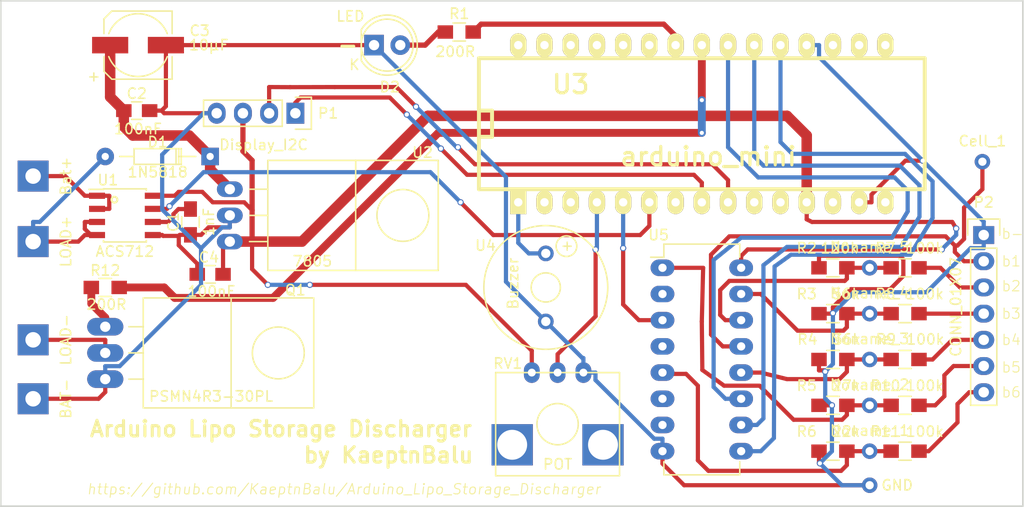
<source format=kicad_pcb>
(kicad_pcb (version 20171130) (host pcbnew "(5.1.12)-1")

  (general
    (thickness 1.6)
    (drawings 16)
    (tracks 345)
    (zones 0)
    (modules 42)
    (nets 52)
  )

  (page A4)
  (layers
    (0 F.Cu signal)
    (31 B.Cu signal)
    (32 B.Adhes user)
    (33 F.Adhes user)
    (34 B.Paste user)
    (35 F.Paste user)
    (36 B.SilkS user)
    (37 F.SilkS user)
    (38 B.Mask user)
    (39 F.Mask user)
    (40 Dwgs.User user)
    (41 Cmts.User user)
    (42 Eco1.User user)
    (43 Eco2.User user)
    (44 Edge.Cuts user)
    (45 Margin user)
    (46 B.CrtYd user)
    (47 F.CrtYd user)
    (48 B.Fab user)
    (49 F.Fab user)
  )

  (setup
    (last_trace_width 0.4064)
    (user_trace_width 0.508)
    (user_trace_width 0.762)
    (user_trace_width 1.016)
    (user_trace_width 1.524)
    (user_trace_width 2.032)
    (trace_clearance 0.2)
    (zone_clearance 0.508)
    (zone_45_only no)
    (trace_min 0.2)
    (via_size 0.6)
    (via_drill 0.4)
    (via_min_size 0.5)
    (via_min_drill 0.4)
    (uvia_size 0.3)
    (uvia_drill 0.1)
    (uvias_allowed no)
    (uvia_min_size 0.2)
    (uvia_min_drill 0.1)
    (edge_width 0.15)
    (segment_width 0.2)
    (pcb_text_width 0.3)
    (pcb_text_size 1.5 1.5)
    (mod_edge_width 0.15)
    (mod_text_size 1 1)
    (mod_text_width 0.15)
    (pad_size 1.5 1.5)
    (pad_drill 0)
    (pad_to_mask_clearance 0.2)
    (aux_axis_origin 60.96 158.75)
    (visible_elements 7FFFFFFF)
    (pcbplotparams
      (layerselection 0x010f0_80000001)
      (usegerberextensions false)
      (usegerberattributes true)
      (usegerberadvancedattributes true)
      (creategerberjobfile true)
      (excludeedgelayer true)
      (linewidth 0.100000)
      (plotframeref false)
      (viasonmask false)
      (mode 1)
      (useauxorigin true)
      (hpglpennumber 1)
      (hpglpenspeed 20)
      (hpglpendiameter 15.000000)
      (psnegative false)
      (psa4output false)
      (plotreference true)
      (plotvalue true)
      (plotinvisibletext false)
      (padsonsilk false)
      (subtractmaskfromsilk true)
      (outputformat 1)
      (mirror false)
      (drillshape 0)
      (scaleselection 1)
      (outputdirectory "Gerber/"))
  )

  (net 0 "")
  (net 1 Bat-)
  (net 2 "Net-(C1-Pad2)")
  (net 3 "Net-(C2-Pad1)")
  (net 4 VCC)
  (net 5 Bat+)
  (net 6 "Net-(D2-Pad2)")
  (net 7 SDA)
  (net 8 SCL)
  (net 9 "Net-(P2-Pad3)")
  (net 10 "Net-(P2-Pad4)")
  (net 11 "Net-(P2-Pad5)")
  (net 12 "Net-(P2-Pad6)")
  (net 13 "Net-(P2-Pad7)")
  (net 14 "Net-(Q1-Pad1)")
  (net 15 D6)
  (net 16 LOAD-)
  (net 17 A2)
  (net 18 "Net-(U3-Pad2)")
  (net 19 "Net-(U3-Pad3)")
  (net 20 "Net-(RV1-Pad2)")
  (net 21 A1)
  (net 22 "Net-(U3-Pad7)")
  (net 23 "Net-(U3-Pad10)")
  (net 24 "Net-(U3-Pad11)")
  (net 25 "Net-(U3-Pad13)")
  (net 26 "Net-(U3-Pad15)")
  (net 27 "Net-(U3-Pad16)")
  (net 28 "Net-(U3-Pad17)")
  (net 29 "Net-(U3-Pad18)")
  (net 30 D2)
  (net 31 D3)
  (net 32 D4)
  (net 33 "Net-(U3-Pad25)")
  (net 34 "Net-(U3-Pad26)")
  (net 35 "Net-(U3-Pad28)")
  (net 36 "Net-(U3-Pad29)")
  (net 37 "Net-(U3-Pad30)")
  (net 38 "Net-(U5-Pad2)")
  (net 39 "Net-(U5-Pad4)")
  (net 40 "Net-(U5-Pad6)")
  (net 41 "Net-(U5-Pad7)")
  (net 42 Input+)
  (net 43 "Net-(R12-Pad1)")
  (net 44 D13)
  (net 45 "Net-(U3-Pad27)")
  (net 46 /Cell_1)
  (net 47 /Cell_2)
  (net 48 /Cell_3)
  (net 49 /Cell_4)
  (net 50 /Cell_5)
  (net 51 /Cell_6)

  (net_class Default "This is the default net class."
    (clearance 0.2)
    (trace_width 0.4064)
    (via_dia 0.6)
    (via_drill 0.4)
    (uvia_dia 0.3)
    (uvia_drill 0.1)
    (add_net /Cell_1)
    (add_net /Cell_2)
    (add_net /Cell_3)
    (add_net /Cell_4)
    (add_net /Cell_5)
    (add_net /Cell_6)
    (add_net A1)
    (add_net A2)
    (add_net Bat+)
    (add_net Bat-)
    (add_net D13)
    (add_net D2)
    (add_net D3)
    (add_net D4)
    (add_net D6)
    (add_net Input+)
    (add_net LOAD-)
    (add_net "Net-(C1-Pad2)")
    (add_net "Net-(C2-Pad1)")
    (add_net "Net-(D2-Pad2)")
    (add_net "Net-(P2-Pad3)")
    (add_net "Net-(P2-Pad4)")
    (add_net "Net-(P2-Pad5)")
    (add_net "Net-(P2-Pad6)")
    (add_net "Net-(P2-Pad7)")
    (add_net "Net-(Q1-Pad1)")
    (add_net "Net-(R12-Pad1)")
    (add_net "Net-(RV1-Pad2)")
    (add_net "Net-(U3-Pad10)")
    (add_net "Net-(U3-Pad11)")
    (add_net "Net-(U3-Pad13)")
    (add_net "Net-(U3-Pad15)")
    (add_net "Net-(U3-Pad16)")
    (add_net "Net-(U3-Pad17)")
    (add_net "Net-(U3-Pad18)")
    (add_net "Net-(U3-Pad2)")
    (add_net "Net-(U3-Pad25)")
    (add_net "Net-(U3-Pad26)")
    (add_net "Net-(U3-Pad27)")
    (add_net "Net-(U3-Pad28)")
    (add_net "Net-(U3-Pad29)")
    (add_net "Net-(U3-Pad3)")
    (add_net "Net-(U3-Pad30)")
    (add_net "Net-(U3-Pad7)")
    (add_net "Net-(U5-Pad2)")
    (add_net "Net-(U5-Pad4)")
    (add_net "Net-(U5-Pad6)")
    (add_net "Net-(U5-Pad7)")
    (add_net SCL)
    (add_net SDA)
    (add_net VCC)
  )

  (net_class Power ""
    (clearance 0.2)
    (trace_width 1)
    (via_dia 0.6)
    (via_drill 0.4)
    (uvia_dia 0.3)
    (uvia_drill 0.1)
  )

  (module Mounting_Holes:MountingHole_3.2mm_M3 (layer F.Cu) (tedit 582B0F9F) (tstamp 5829C56B)
    (at 155.575 154.94)
    (descr "Mounting Hole 3.2mm, no annular, M3")
    (tags "mounting hole 3.2mm no annular m3")
    (fp_text reference REF**_4 (at -11.43 6.985) (layer F.SilkS) hide
      (effects (font (size 1 1) (thickness 0.15)))
    )
    (fp_text value MountingHole_3.2mm_M3 (at -4.445 5.08) (layer F.Fab) hide
      (effects (font (size 1 1) (thickness 0.15)))
    )
    (fp_circle (center 0 0) (end 3.2 0) (layer Cmts.User) (width 0.15))
    (fp_circle (center 0 0) (end 3.45 0) (layer F.CrtYd) (width 0.05))
    (pad 1 np_thru_hole circle (at 0 0) (size 3.2 3.2) (drill 3.2) (layers *.Cu *.Mask))
  )

  (module Mounting_Holes:MountingHole_3.2mm_M3 (layer F.Cu) (tedit 5829E0C0) (tstamp 5829C563)
    (at 65.405 154.94)
    (descr "Mounting Hole 3.2mm, no annular, M3")
    (tags "mounting hole 3.2mm no annular m3")
    (fp_text reference REF**_3 (at -2.54 6.35) (layer F.SilkS) hide
      (effects (font (size 1 1) (thickness 0.15)))
    )
    (fp_text value MountingHole_3.2mm_M3 (at 4.445 5.08 180) (layer F.Fab) hide
      (effects (font (size 1 1) (thickness 0.15)))
    )
    (fp_circle (center 0 0) (end 3.2 0) (layer Cmts.User) (width 0.15))
    (fp_circle (center 0 0) (end 3.45 0) (layer F.CrtYd) (width 0.05))
    (pad 1 np_thru_hole circle (at 0 0) (size 3.2 3.2) (drill 3.2) (layers *.Cu *.Mask))
  )

  (module Mounting_Holes:MountingHole_3.2mm_M3 (layer F.Cu) (tedit 582B0F93) (tstamp 5829C555)
    (at 155.575 114.3)
    (descr "Mounting Hole 3.2mm, no annular, M3")
    (tags "mounting hole 3.2mm no annular m3")
    (fp_text reference REF**_2 (at -12.065 -6.985) (layer F.SilkS) hide
      (effects (font (size 1 1) (thickness 0.15)))
    )
    (fp_text value MountingHole_3.2mm_M3 (at -5.08 -5.715) (layer F.Fab) hide
      (effects (font (size 1 1) (thickness 0.15)))
    )
    (fp_circle (center 0 0) (end 3.2 0) (layer Cmts.User) (width 0.15))
    (fp_circle (center 0 0) (end 3.45 0) (layer F.CrtYd) (width 0.05))
    (pad 1 np_thru_hole circle (at 0 0) (size 3.2 3.2) (drill 3.2) (layers *.Cu *.Mask))
  )

  (module Capacitors_SMD:C_0805_HandSoldering (layer F.Cu) (tedit 582C5C1F) (tstamp 5829B676)
    (at 79.375 131.445 90)
    (descr "Capacitor SMD 0805, hand soldering")
    (tags "capacitor 0805")
    (path /5825AFA6)
    (attr smd)
    (fp_text reference C1 (at 0 -1.651 90) (layer F.SilkS)
      (effects (font (size 1 1) (thickness 0.15)))
    )
    (fp_text value 1nF (at 0 1.778 90) (layer F.SilkS)
      (effects (font (size 1 1) (thickness 0.15)))
    )
    (fp_line (start -1 0.625) (end -1 -0.625) (layer F.Fab) (width 0.15))
    (fp_line (start 1 0.625) (end -1 0.625) (layer F.Fab) (width 0.15))
    (fp_line (start 1 -0.625) (end 1 0.625) (layer F.Fab) (width 0.15))
    (fp_line (start -1 -0.625) (end 1 -0.625) (layer F.Fab) (width 0.15))
    (fp_line (start -2.3 -1) (end 2.3 -1) (layer F.CrtYd) (width 0.05))
    (fp_line (start -2.3 1) (end 2.3 1) (layer F.CrtYd) (width 0.05))
    (fp_line (start -2.3 -1) (end -2.3 1) (layer F.CrtYd) (width 0.05))
    (fp_line (start 2.3 -1) (end 2.3 1) (layer F.CrtYd) (width 0.05))
    (fp_line (start 0.5 -0.85) (end -0.5 -0.85) (layer F.SilkS) (width 0.15))
    (fp_line (start -0.5 0.85) (end 0.5 0.85) (layer F.SilkS) (width 0.15))
    (pad 1 smd rect (at -1.25 0 90) (size 1.5 1.25) (layers F.Cu F.Paste F.Mask)
      (net 1 Bat-))
    (pad 2 smd rect (at 1.25 0 90) (size 1.5 1.25) (layers F.Cu F.Paste F.Mask)
      (net 2 "Net-(C1-Pad2)"))
    (model Capacitors_SMD.3dshapes/C_0805_HandSoldering.wrl
      (at (xyz 0 0 0))
      (scale (xyz 1 1 1))
      (rotate (xyz 0 0 0))
    )
  )

  (module Capacitors_SMD:C_0805_HandSoldering (layer F.Cu) (tedit 582C5AE8) (tstamp 5829B67C)
    (at 74.168 120.65)
    (descr "Capacitor SMD 0805, hand soldering")
    (tags "capacitor 0805")
    (path /58256A81)
    (attr smd)
    (fp_text reference C2 (at 0 -1.651) (layer F.SilkS)
      (effects (font (size 1 1) (thickness 0.15)))
    )
    (fp_text value 100nF (at 0.127 1.778) (layer F.SilkS)
      (effects (font (size 1 1) (thickness 0.15)))
    )
    (fp_line (start -1 0.625) (end -1 -0.625) (layer F.Fab) (width 0.15))
    (fp_line (start 1 0.625) (end -1 0.625) (layer F.Fab) (width 0.15))
    (fp_line (start 1 -0.625) (end 1 0.625) (layer F.Fab) (width 0.15))
    (fp_line (start -1 -0.625) (end 1 -0.625) (layer F.Fab) (width 0.15))
    (fp_line (start -2.3 -1) (end 2.3 -1) (layer F.CrtYd) (width 0.05))
    (fp_line (start -2.3 1) (end 2.3 1) (layer F.CrtYd) (width 0.05))
    (fp_line (start -2.3 -1) (end -2.3 1) (layer F.CrtYd) (width 0.05))
    (fp_line (start 2.3 -1) (end 2.3 1) (layer F.CrtYd) (width 0.05))
    (fp_line (start 0.5 -0.85) (end -0.5 -0.85) (layer F.SilkS) (width 0.15))
    (fp_line (start -0.5 0.85) (end 0.5 0.85) (layer F.SilkS) (width 0.15))
    (pad 1 smd rect (at -1.25 0) (size 1.5 1.25) (layers F.Cu F.Paste F.Mask)
      (net 3 "Net-(C2-Pad1)"))
    (pad 2 smd rect (at 1.25 0) (size 1.5 1.25) (layers F.Cu F.Paste F.Mask)
      (net 1 Bat-))
    (model Capacitors_SMD.3dshapes/C_0805_HandSoldering.wrl
      (at (xyz 0 0 0))
      (scale (xyz 1 1 1))
      (rotate (xyz 0 0 0))
    )
  )

  (module Capacitors_SMD:c_elec_6.3x5.3 (layer F.Cu) (tedit 582C5ADE) (tstamp 5829B682)
    (at 74.295 114.3)
    (descr "SMT capacitor, aluminium electrolytic, 6.3x5.3")
    (path /58256C89)
    (attr smd)
    (fp_text reference C3 (at 5.969 -1.397) (layer F.SilkS)
      (effects (font (size 1 1) (thickness 0.15)))
    )
    (fp_text value 10µF (at 6.858 0) (layer F.SilkS)
      (effects (font (size 1 1) (thickness 0.15)))
    )
    (fp_line (start 3.1496 3.1496) (end 3.1496 -3.1496) (layer F.Fab) (width 0.15))
    (fp_line (start -2.4765 3.1496) (end 3.1496 3.1496) (layer F.Fab) (width 0.15))
    (fp_line (start -3.1496 2.4765) (end -2.4765 3.1496) (layer F.Fab) (width 0.15))
    (fp_line (start -3.1496 -2.4765) (end -3.1496 2.4765) (layer F.Fab) (width 0.15))
    (fp_line (start -2.4765 -3.1496) (end -3.1496 -2.4765) (layer F.Fab) (width 0.15))
    (fp_line (start 3.1496 -3.1496) (end -2.4765 -3.1496) (layer F.Fab) (width 0.15))
    (fp_line (start 3.302 3.302) (end 3.302 1.1176) (layer F.SilkS) (width 0.15))
    (fp_line (start 3.302 -3.302) (end 3.302 -1.1176) (layer F.SilkS) (width 0.15))
    (fp_line (start -3.302 2.54) (end -3.302 1.1176) (layer F.SilkS) (width 0.15))
    (fp_line (start -3.302 -2.54) (end -3.302 -1.1176) (layer F.SilkS) (width 0.15))
    (fp_line (start 4.85 -3.65) (end -4.85 -3.65) (layer F.CrtYd) (width 0.05))
    (fp_line (start -4.85 -3.65) (end -4.85 3.65) (layer F.CrtYd) (width 0.05))
    (fp_line (start -4.85 3.65) (end 4.85 3.65) (layer F.CrtYd) (width 0.05))
    (fp_line (start 4.85 3.65) (end 4.85 -3.65) (layer F.CrtYd) (width 0.05))
    (fp_line (start 3.302 3.302) (end -2.54 3.302) (layer F.SilkS) (width 0.15))
    (fp_line (start -2.54 3.302) (end -3.302 2.54) (layer F.SilkS) (width 0.15))
    (fp_line (start -3.302 -2.54) (end -2.54 -3.302) (layer F.SilkS) (width 0.15))
    (fp_line (start -2.54 -3.302) (end 3.302 -3.302) (layer F.SilkS) (width 0.15))
    (fp_text user + (at -1.7526 -0.0762) (layer F.Fab)
      (effects (font (size 1 1) (thickness 0.15)))
    )
    (fp_text user + (at -4.2799 3.0099) (layer F.SilkS)
      (effects (font (size 1 1) (thickness 0.15)))
    )
    (fp_arc (start 0 0) (end 2.8321 1.1176) (angle 136.9700905) (layer F.SilkS) (width 0.15))
    (fp_arc (start 0 0) (end -2.8321 -1.1176) (angle 136.9297483) (layer F.SilkS) (width 0.15))
    (pad 1 smd rect (at -2.7 0 180) (size 3.5 1.6) (layers F.Cu F.Paste F.Mask)
      (net 3 "Net-(C2-Pad1)"))
    (pad 2 smd rect (at 2.7 0 180) (size 3.5 1.6) (layers F.Cu F.Paste F.Mask)
      (net 1 Bat-))
    (model Capacitors_SMD.3dshapes/c_elec_6.3x5.3.wrl
      (at (xyz 0 0 0))
      (scale (xyz 1 1 1))
      (rotate (xyz 0 0 180))
    )
  )

  (module Capacitors_SMD:C_0805_HandSoldering (layer F.Cu) (tedit 582C5C1C) (tstamp 5829B688)
    (at 81.28 136.525 180)
    (descr "Capacitor SMD 0805, hand soldering")
    (tags "capacitor 0805")
    (path /58256AE4)
    (attr smd)
    (fp_text reference C4 (at 0.127 1.651 180) (layer F.SilkS)
      (effects (font (size 1 1) (thickness 0.15)))
    )
    (fp_text value 100nF (at -0.127 -1.651 180) (layer F.SilkS)
      (effects (font (size 1 1) (thickness 0.15)))
    )
    (fp_line (start -1 0.625) (end -1 -0.625) (layer F.Fab) (width 0.15))
    (fp_line (start 1 0.625) (end -1 0.625) (layer F.Fab) (width 0.15))
    (fp_line (start 1 -0.625) (end 1 0.625) (layer F.Fab) (width 0.15))
    (fp_line (start -1 -0.625) (end 1 -0.625) (layer F.Fab) (width 0.15))
    (fp_line (start -2.3 -1) (end 2.3 -1) (layer F.CrtYd) (width 0.05))
    (fp_line (start -2.3 1) (end 2.3 1) (layer F.CrtYd) (width 0.05))
    (fp_line (start -2.3 -1) (end -2.3 1) (layer F.CrtYd) (width 0.05))
    (fp_line (start 2.3 -1) (end 2.3 1) (layer F.CrtYd) (width 0.05))
    (fp_line (start 0.5 -0.85) (end -0.5 -0.85) (layer F.SilkS) (width 0.15))
    (fp_line (start -0.5 0.85) (end 0.5 0.85) (layer F.SilkS) (width 0.15))
    (pad 1 smd rect (at -1.25 0 180) (size 1.5 1.25) (layers F.Cu F.Paste F.Mask)
      (net 4 VCC))
    (pad 2 smd rect (at 1.25 0 180) (size 1.5 1.25) (layers F.Cu F.Paste F.Mask)
      (net 1 Bat-))
    (model Capacitors_SMD.3dshapes/C_0805_HandSoldering.wrl
      (at (xyz 0 0 0))
      (scale (xyz 1 1 1))
      (rotate (xyz 0 0 0))
    )
  )

  (module Diodes_ThroughHole:Diode_DO-35_SOD27_Horizontal_RM10 (layer F.Cu) (tedit 582C5BE8) (tstamp 5829B68E)
    (at 81.28 125.095 180)
    (descr "Diode, DO-35,  SOD27, Horizontal, RM 10mm")
    (tags "Diode, DO-35, SOD27, Horizontal, RM 10mm, 1N4148,")
    (path /58259120)
    (fp_text reference D1 (at 5.08 1.397 180) (layer F.SilkS)
      (effects (font (size 1 1) (thickness 0.15)))
    )
    (fp_text value 1N5818 (at 5.08 -1.524 180) (layer F.SilkS)
      (effects (font (size 1 1) (thickness 0.15)))
    )
    (fp_line (start 7.36652 -0.00254) (end 8.76352 -0.00254) (layer F.SilkS) (width 0.15))
    (fp_line (start 2.92152 -0.00254) (end 1.39752 -0.00254) (layer F.SilkS) (width 0.15))
    (fp_line (start 3.30252 -0.76454) (end 3.30252 0.75946) (layer F.SilkS) (width 0.15))
    (fp_line (start 3.04852 -0.76454) (end 3.04852 0.75946) (layer F.SilkS) (width 0.15))
    (fp_line (start 2.79452 -0.00254) (end 2.79452 0.75946) (layer F.SilkS) (width 0.15))
    (fp_line (start 2.79452 0.75946) (end 7.36652 0.75946) (layer F.SilkS) (width 0.15))
    (fp_line (start 7.36652 0.75946) (end 7.36652 -0.76454) (layer F.SilkS) (width 0.15))
    (fp_line (start 7.36652 -0.76454) (end 2.79452 -0.76454) (layer F.SilkS) (width 0.15))
    (fp_line (start 2.79452 -0.76454) (end 2.79452 -0.00254) (layer F.SilkS) (width 0.15))
    (pad 2 thru_hole circle (at 10.16052 -0.00254) (size 1.69926 1.69926) (drill 0.70104) (layers *.Cu *.Mask)
      (net 42 Input+))
    (pad 1 thru_hole rect (at 0.00052 -0.00254) (size 1.69926 1.69926) (drill 0.70104) (layers *.Cu *.Mask)
      (net 3 "Net-(C2-Pad1)"))
    (model Diodes_ThroughHole.3dshapes/Diode_DO-35_SOD27_Horizontal_RM10.wrl
      (offset (xyz 5.079999923706055 0 0))
      (scale (xyz 0.4 0.4 0.4))
      (rotate (xyz 0 0 180))
    )
  )

  (module LEDs:LED-5MM (layer F.Cu) (tedit 582C5C3E) (tstamp 5829B694)
    (at 97.155 114.3)
    (descr "LED 5mm round vertical")
    (tags "LED 5mm round vertical")
    (path /5825F60F)
    (fp_text reference D2 (at 1.524 4.064) (layer F.SilkS)
      (effects (font (size 1 1) (thickness 0.15)))
    )
    (fp_text value LED (at -2.286 -2.794) (layer F.SilkS)
      (effects (font (size 1 1) (thickness 0.15)))
    )
    (fp_line (start -1.5 -1.55) (end -1.5 1.55) (layer F.CrtYd) (width 0.05))
    (fp_line (start -1.23 1.5) (end -1.23 -1.5) (layer F.SilkS) (width 0.15))
    (fp_circle (center 1.27 0) (end 0.97 -2.5) (layer F.SilkS) (width 0.15))
    (fp_text user K (at -1.905 1.905) (layer F.SilkS)
      (effects (font (size 1 1) (thickness 0.15)))
    )
    (fp_arc (start 1.3 0) (end -1.5 1.55) (angle -302) (layer F.CrtYd) (width 0.05))
    (fp_arc (start 1.27 0) (end -1.23 -1.5) (angle 297.5) (layer F.SilkS) (width 0.15))
    (pad 1 thru_hole rect (at 0 0 90) (size 2 1.9) (drill 1.00076) (layers *.Cu *.Mask)
      (net 1 Bat-))
    (pad 2 thru_hole circle (at 2.54 0) (size 1.9 1.9) (drill 1.00076) (layers *.Cu *.Mask)
      (net 6 "Net-(D2-Pad2)"))
    (model LEDs.3dshapes/LED-5MM.wrl
      (offset (xyz 1.269999980926514 0 0))
      (scale (xyz 1 1 1))
      (rotate (xyz 0 0 90))
    )
  )

  (module Socket_Strips:Socket_Strip_Straight_1x04 (layer F.Cu) (tedit 582C5AD5) (tstamp 5829B69C)
    (at 89.535 120.904 180)
    (descr "Through hole socket strip")
    (tags "socket strip")
    (path /582628A8)
    (fp_text reference P1 (at -3.175 0 180) (layer F.SilkS)
      (effects (font (size 1 1) (thickness 0.15)))
    )
    (fp_text value Display_I2C (at 3.08 -3.065 180) (layer F.SilkS)
      (effects (font (size 1 1) (thickness 0.15)))
    )
    (fp_line (start -1.75 -1.75) (end -1.75 1.75) (layer F.CrtYd) (width 0.05))
    (fp_line (start 9.4 -1.75) (end 9.4 1.75) (layer F.CrtYd) (width 0.05))
    (fp_line (start -1.75 -1.75) (end 9.4 -1.75) (layer F.CrtYd) (width 0.05))
    (fp_line (start -1.75 1.75) (end 9.4 1.75) (layer F.CrtYd) (width 0.05))
    (fp_line (start 1.27 -1.27) (end 8.89 -1.27) (layer F.SilkS) (width 0.15))
    (fp_line (start 1.27 1.27) (end 8.89 1.27) (layer F.SilkS) (width 0.15))
    (fp_line (start -1.55 1.55) (end 0 1.55) (layer F.SilkS) (width 0.15))
    (fp_line (start 8.89 -1.27) (end 8.89 1.27) (layer F.SilkS) (width 0.15))
    (fp_line (start 1.27 1.27) (end 1.27 -1.27) (layer F.SilkS) (width 0.15))
    (fp_line (start 0 -1.55) (end -1.55 -1.55) (layer F.SilkS) (width 0.15))
    (fp_line (start -1.55 -1.55) (end -1.55 1.55) (layer F.SilkS) (width 0.15))
    (pad 1 thru_hole rect (at 0 0 180) (size 1.7272 2.032) (drill 1.016) (layers *.Cu *.Mask)
      (net 7 SDA))
    (pad 2 thru_hole oval (at 2.54 0 180) (size 1.7272 2.032) (drill 1.016) (layers *.Cu *.Mask)
      (net 8 SCL))
    (pad 3 thru_hole oval (at 5.08 0 180) (size 1.7272 2.032) (drill 1.016) (layers *.Cu *.Mask)
      (net 4 VCC))
    (pad 4 thru_hole oval (at 7.62 0 180) (size 1.7272 2.032) (drill 1.016) (layers *.Cu *.Mask)
      (net 1 Bat-))
    (model Socket_Strips.3dshapes/Socket_Strip_Straight_1x04.wrl
      (offset (xyz 3.809999942779541 0 0))
      (scale (xyz 1 1 1))
      (rotate (xyz 0 0 180))
    )
  )

  (module Pin_Headers:Pin_Header_Straight_1x07 (layer F.Cu) (tedit 582C5C9E) (tstamp 5829B6A7)
    (at 156.21 132.715)
    (descr "Through hole pin header")
    (tags "pin header")
    (path /5824BD1B)
    (fp_text reference P2 (at 0 -3.175) (layer F.SilkS)
      (effects (font (size 1 1) (thickness 0.15)))
    )
    (fp_text value CONN_01X07 (at -2.695 6.97 90) (layer F.SilkS)
      (effects (font (size 1 1) (thickness 0.15)))
    )
    (fp_line (start -1.75 -1.75) (end -1.75 17) (layer F.CrtYd) (width 0.05))
    (fp_line (start 1.75 -1.75) (end 1.75 17) (layer F.CrtYd) (width 0.05))
    (fp_line (start -1.75 -1.75) (end 1.75 -1.75) (layer F.CrtYd) (width 0.05))
    (fp_line (start -1.75 17) (end 1.75 17) (layer F.CrtYd) (width 0.05))
    (fp_line (start 1.27 1.27) (end 1.27 16.51) (layer F.SilkS) (width 0.15))
    (fp_line (start 1.27 16.51) (end -1.27 16.51) (layer F.SilkS) (width 0.15))
    (fp_line (start -1.27 16.51) (end -1.27 1.27) (layer F.SilkS) (width 0.15))
    (fp_line (start 1.55 -1.55) (end 1.55 0) (layer F.SilkS) (width 0.15))
    (fp_line (start 1.27 1.27) (end -1.27 1.27) (layer F.SilkS) (width 0.15))
    (fp_line (start -1.55 0) (end -1.55 -1.55) (layer F.SilkS) (width 0.15))
    (fp_line (start -1.55 -1.55) (end 1.55 -1.55) (layer F.SilkS) (width 0.15))
    (pad 1 thru_hole rect (at 0 0) (size 2.032 1.7272) (drill 1.016) (layers *.Cu *.Mask)
      (net 1 Bat-))
    (pad 2 thru_hole oval (at 0 2.54) (size 2.032 1.7272) (drill 1.016) (layers *.Cu *.Mask)
      (net 46 /Cell_1))
    (pad 3 thru_hole oval (at 0 5.08) (size 2.032 1.7272) (drill 1.016) (layers *.Cu *.Mask)
      (net 9 "Net-(P2-Pad3)"))
    (pad 4 thru_hole oval (at 0 7.62) (size 2.032 1.7272) (drill 1.016) (layers *.Cu *.Mask)
      (net 10 "Net-(P2-Pad4)"))
    (pad 5 thru_hole oval (at 0 10.16) (size 2.032 1.7272) (drill 1.016) (layers *.Cu *.Mask)
      (net 11 "Net-(P2-Pad5)"))
    (pad 6 thru_hole oval (at 0 12.7) (size 2.032 1.7272) (drill 1.016) (layers *.Cu *.Mask)
      (net 12 "Net-(P2-Pad6)"))
    (pad 7 thru_hole oval (at 0 15.24) (size 2.032 1.7272) (drill 1.016) (layers *.Cu *.Mask)
      (net 13 "Net-(P2-Pad7)"))
    (model Pin_Headers.3dshapes/Pin_Header_Straight_1x07.wrl
      (offset (xyz 0 -7.619999885559082 0))
      (scale (xyz 1 1 1))
      (rotate (xyz 0 0 90))
    )
  )

  (module TO_SOT_Packages_THT:TO-220_Neutral123_Horizontal_LargePads (layer F.Cu) (tedit 582C5C2E) (tstamp 5829B6AF)
    (at 71.12 144.145 270)
    (descr "TO-220, Neutral, Horizontal, Large Pads,")
    (tags "TO-220, Neutral, Horizontal, Large Pads,")
    (path /58255579)
    (fp_text reference Q1 (at -6.096 -18.415) (layer F.SilkS)
      (effects (font (size 1 1) (thickness 0.15)))
    )
    (fp_text value PSMN4R3-30PL (at 4.21 -10.25) (layer F.SilkS)
      (effects (font (size 1 1) (thickness 0.15)))
    )
    (fp_circle (center 0 -16.764) (end 1.778 -14.986) (layer F.SilkS) (width 0.15))
    (fp_line (start -2.54 -3.683) (end -2.54 -2.286) (layer F.SilkS) (width 0.15))
    (fp_line (start 0 -3.683) (end 0 -2.286) (layer F.SilkS) (width 0.15))
    (fp_line (start 2.54 -3.683) (end 2.54 -2.286) (layer F.SilkS) (width 0.15))
    (fp_line (start 5.334 -12.192) (end 5.334 -20.193) (layer F.SilkS) (width 0.15))
    (fp_line (start 5.334 -20.193) (end -5.334 -20.193) (layer F.SilkS) (width 0.15))
    (fp_line (start -5.334 -20.193) (end -5.334 -12.192) (layer F.SilkS) (width 0.15))
    (fp_line (start 5.334 -3.683) (end 5.334 -12.192) (layer F.SilkS) (width 0.15))
    (fp_line (start 5.334 -12.192) (end -5.334 -12.192) (layer F.SilkS) (width 0.15))
    (fp_line (start -5.334 -12.192) (end -5.334 -3.683) (layer F.SilkS) (width 0.15))
    (fp_line (start 0 -3.683) (end -5.334 -3.683) (layer F.SilkS) (width 0.15))
    (fp_line (start 0 -3.683) (end 5.334 -3.683) (layer F.SilkS) (width 0.15))
    (pad 2 thru_hole oval (at 0 0) (size 3.50012 1.69926) (drill 1.00076) (layers *.Cu *.Mask)
      (net 16 LOAD-))
    (pad 1 thru_hole oval (at -2.54 0) (size 3.50012 1.69926) (drill 1.00076) (layers *.Cu *.Mask)
      (net 14 "Net-(Q1-Pad1)"))
    (pad 3 thru_hole oval (at 2.54 0) (size 3.50012 1.69926) (drill 1.00076) (layers *.Cu *.Mask)
      (net 1 Bat-))
    (pad "" np_thru_hole circle (at 0 -16.764) (size 3.79984 3.79984) (drill 3.79984) (layers *.Cu *.Mask))
    (model TO_SOT_Packages_THT.3dshapes/TO-220_Neutral123_Horizontal_LargePads.wrl
      (at (xyz 0 0 0))
      (scale (xyz 0.3937 0.3937 0.3937))
      (rotate (xyz 0 0 0))
    )
  )

  (module Resistors_SMD:R_0805_HandSoldering (layer F.Cu) (tedit 582C5C4B) (tstamp 5829B6B5)
    (at 105.41 113.03)
    (descr "Resistor SMD 0805, hand soldering")
    (tags "resistor 0805")
    (path /5825FCB1)
    (attr smd)
    (fp_text reference R1 (at 0 -1.778) (layer F.SilkS)
      (effects (font (size 1 1) (thickness 0.15)))
    )
    (fp_text value 200R (at -0.381 1.905) (layer F.SilkS)
      (effects (font (size 1 1) (thickness 0.15)))
    )
    (fp_line (start -2.4 -1) (end 2.4 -1) (layer F.CrtYd) (width 0.05))
    (fp_line (start -2.4 1) (end 2.4 1) (layer F.CrtYd) (width 0.05))
    (fp_line (start -2.4 -1) (end -2.4 1) (layer F.CrtYd) (width 0.05))
    (fp_line (start 2.4 -1) (end 2.4 1) (layer F.CrtYd) (width 0.05))
    (fp_line (start 0.6 0.875) (end -0.6 0.875) (layer F.SilkS) (width 0.15))
    (fp_line (start -0.6 -0.875) (end 0.6 -0.875) (layer F.SilkS) (width 0.15))
    (pad 1 smd rect (at -1.35 0) (size 1.5 1.3) (layers F.Cu F.Paste F.Mask)
      (net 6 "Net-(D2-Pad2)"))
    (pad 2 smd rect (at 1.35 0) (size 1.5 1.3) (layers F.Cu F.Paste F.Mask)
      (net 15 D6))
    (model Resistors_SMD.3dshapes/R_0805_HandSoldering.wrl
      (at (xyz 0 0 0))
      (scale (xyz 1 1 1))
      (rotate (xyz 0 0 0))
    )
  )

  (module Resistors_SMD:R_0805_HandSoldering (layer F.Cu) (tedit 582C5C6E) (tstamp 5829B6BB)
    (at 141.605 135.89 180)
    (descr "Resistor SMD 0805, hand soldering")
    (tags "resistor 0805")
    (path /5824B402)
    (attr smd)
    (fp_text reference R2 (at 2.54 1.905 180) (layer F.SilkS)
      (effects (font (size 1 1) (thickness 0.15)))
    )
    (fp_text value 120k (at -0.635 1.905 180) (layer F.SilkS)
      (effects (font (size 1 1) (thickness 0.15)))
    )
    (fp_line (start -2.4 -1) (end 2.4 -1) (layer F.CrtYd) (width 0.05))
    (fp_line (start -2.4 1) (end 2.4 1) (layer F.CrtYd) (width 0.05))
    (fp_line (start -2.4 -1) (end -2.4 1) (layer F.CrtYd) (width 0.05))
    (fp_line (start 2.4 -1) (end 2.4 1) (layer F.CrtYd) (width 0.05))
    (fp_line (start 0.6 0.875) (end -0.6 0.875) (layer F.SilkS) (width 0.15))
    (fp_line (start -0.6 -0.875) (end 0.6 -0.875) (layer F.SilkS) (width 0.15))
    (pad 1 smd rect (at -1.35 0 180) (size 1.5 1.3) (layers F.Cu F.Paste F.Mask)
      (net 47 /Cell_2))
    (pad 2 smd rect (at 1.35 0 180) (size 1.5 1.3) (layers F.Cu F.Paste F.Mask)
      (net 1 Bat-))
    (model Resistors_SMD.3dshapes/R_0805_HandSoldering.wrl
      (at (xyz 0 0 0))
      (scale (xyz 1 1 1))
      (rotate (xyz 0 0 0))
    )
  )

  (module Resistors_SMD:R_0805_HandSoldering (layer F.Cu) (tedit 582C5C7A) (tstamp 5829B6C1)
    (at 141.605 140.335 180)
    (descr "Resistor SMD 0805, hand soldering")
    (tags "resistor 0805")
    (path /5824C088)
    (attr smd)
    (fp_text reference R3 (at 2.54 1.905 180) (layer F.SilkS)
      (effects (font (size 1 1) (thickness 0.15)))
    )
    (fp_text value 56k (at -1.27 1.905 180) (layer F.SilkS)
      (effects (font (size 1 1) (thickness 0.15)))
    )
    (fp_line (start -2.4 -1) (end 2.4 -1) (layer F.CrtYd) (width 0.05))
    (fp_line (start -2.4 1) (end 2.4 1) (layer F.CrtYd) (width 0.05))
    (fp_line (start -2.4 -1) (end -2.4 1) (layer F.CrtYd) (width 0.05))
    (fp_line (start 2.4 -1) (end 2.4 1) (layer F.CrtYd) (width 0.05))
    (fp_line (start 0.6 0.875) (end -0.6 0.875) (layer F.SilkS) (width 0.15))
    (fp_line (start -0.6 -0.875) (end 0.6 -0.875) (layer F.SilkS) (width 0.15))
    (pad 1 smd rect (at -1.35 0 180) (size 1.5 1.3) (layers F.Cu F.Paste F.Mask)
      (net 48 /Cell_3))
    (pad 2 smd rect (at 1.35 0 180) (size 1.5 1.3) (layers F.Cu F.Paste F.Mask)
      (net 1 Bat-))
    (model Resistors_SMD.3dshapes/R_0805_HandSoldering.wrl
      (at (xyz 0 0 0))
      (scale (xyz 1 1 1))
      (rotate (xyz 0 0 0))
    )
  )

  (module Resistors_SMD:R_0805_HandSoldering (layer F.Cu) (tedit 582C5C82) (tstamp 5829B6C7)
    (at 141.605 144.78 180)
    (descr "Resistor SMD 0805, hand soldering")
    (tags "resistor 0805")
    (path /5824C0BE)
    (attr smd)
    (fp_text reference R4 (at 2.475 1.95 180) (layer F.SilkS)
      (effects (font (size 1 1) (thickness 0.15)))
    )
    (fp_text value 36k (at -1.335 1.95 180) (layer F.SilkS)
      (effects (font (size 1 1) (thickness 0.15)))
    )
    (fp_line (start -2.4 -1) (end 2.4 -1) (layer F.CrtYd) (width 0.05))
    (fp_line (start -2.4 1) (end 2.4 1) (layer F.CrtYd) (width 0.05))
    (fp_line (start -2.4 -1) (end -2.4 1) (layer F.CrtYd) (width 0.05))
    (fp_line (start 2.4 -1) (end 2.4 1) (layer F.CrtYd) (width 0.05))
    (fp_line (start 0.6 0.875) (end -0.6 0.875) (layer F.SilkS) (width 0.15))
    (fp_line (start -0.6 -0.875) (end 0.6 -0.875) (layer F.SilkS) (width 0.15))
    (pad 1 smd rect (at -1.35 0 180) (size 1.5 1.3) (layers F.Cu F.Paste F.Mask)
      (net 49 /Cell_4))
    (pad 2 smd rect (at 1.35 0 180) (size 1.5 1.3) (layers F.Cu F.Paste F.Mask)
      (net 1 Bat-))
    (model Resistors_SMD.3dshapes/R_0805_HandSoldering.wrl
      (at (xyz 0 0 0))
      (scale (xyz 1 1 1))
      (rotate (xyz 0 0 0))
    )
  )

  (module Resistors_SMD:R_0805_HandSoldering (layer F.Cu) (tedit 582C5C89) (tstamp 5829B6CD)
    (at 141.605 149.225 180)
    (descr "Resistor SMD 0805, hand soldering")
    (tags "resistor 0805")
    (path /5824C122)
    (attr smd)
    (fp_text reference R5 (at 2.54 1.905 180) (layer F.SilkS)
      (effects (font (size 1 1) (thickness 0.15)))
    )
    (fp_text value 27k (at -1.27 1.905 180) (layer F.SilkS)
      (effects (font (size 1 1) (thickness 0.15)))
    )
    (fp_line (start -2.4 -1) (end 2.4 -1) (layer F.CrtYd) (width 0.05))
    (fp_line (start -2.4 1) (end 2.4 1) (layer F.CrtYd) (width 0.05))
    (fp_line (start -2.4 -1) (end -2.4 1) (layer F.CrtYd) (width 0.05))
    (fp_line (start 2.4 -1) (end 2.4 1) (layer F.CrtYd) (width 0.05))
    (fp_line (start 0.6 0.875) (end -0.6 0.875) (layer F.SilkS) (width 0.15))
    (fp_line (start -0.6 -0.875) (end 0.6 -0.875) (layer F.SilkS) (width 0.15))
    (pad 1 smd rect (at -1.35 0 180) (size 1.5 1.3) (layers F.Cu F.Paste F.Mask)
      (net 50 /Cell_5))
    (pad 2 smd rect (at 1.35 0 180) (size 1.5 1.3) (layers F.Cu F.Paste F.Mask)
      (net 1 Bat-))
    (model Resistors_SMD.3dshapes/R_0805_HandSoldering.wrl
      (at (xyz 0 0 0))
      (scale (xyz 1 1 1))
      (rotate (xyz 0 0 0))
    )
  )

  (module Resistors_SMD:R_0805_HandSoldering (layer F.Cu) (tedit 582C5C92) (tstamp 5829B6D3)
    (at 141.605 153.67 180)
    (descr "Resistor SMD 0805, hand soldering")
    (tags "resistor 0805")
    (path /5824C18C)
    (attr smd)
    (fp_text reference R6 (at 2.54 1.905 180) (layer F.SilkS)
      (effects (font (size 1 1) (thickness 0.15)))
    )
    (fp_text value 22k (at -1.27 1.905 180) (layer F.SilkS)
      (effects (font (size 1 1) (thickness 0.15)))
    )
    (fp_line (start -2.4 -1) (end 2.4 -1) (layer F.CrtYd) (width 0.05))
    (fp_line (start -2.4 1) (end 2.4 1) (layer F.CrtYd) (width 0.05))
    (fp_line (start -2.4 -1) (end -2.4 1) (layer F.CrtYd) (width 0.05))
    (fp_line (start 2.4 -1) (end 2.4 1) (layer F.CrtYd) (width 0.05))
    (fp_line (start 0.6 0.875) (end -0.6 0.875) (layer F.SilkS) (width 0.15))
    (fp_line (start -0.6 -0.875) (end 0.6 -0.875) (layer F.SilkS) (width 0.15))
    (pad 1 smd rect (at -1.35 0 180) (size 1.5 1.3) (layers F.Cu F.Paste F.Mask)
      (net 51 /Cell_6))
    (pad 2 smd rect (at 1.35 0 180) (size 1.5 1.3) (layers F.Cu F.Paste F.Mask)
      (net 1 Bat-))
    (model Resistors_SMD.3dshapes/R_0805_HandSoldering.wrl
      (at (xyz 0 0 0))
      (scale (xyz 1 1 1))
      (rotate (xyz 0 0 0))
    )
  )

  (module Resistors_SMD:R_0805_HandSoldering (layer F.Cu) (tedit 582C5C73) (tstamp 5829B6D9)
    (at 148.59 135.89 180)
    (descr "Resistor SMD 0805, hand soldering")
    (tags "resistor 0805")
    (path /5824B575)
    (attr smd)
    (fp_text reference R7 (at 1.905 1.905 180) (layer F.SilkS)
      (effects (font (size 1 1) (thickness 0.15)))
    )
    (fp_text value 100k (at -1.905 1.905 180) (layer F.SilkS)
      (effects (font (size 1 1) (thickness 0.15)))
    )
    (fp_line (start -2.4 -1) (end 2.4 -1) (layer F.CrtYd) (width 0.05))
    (fp_line (start -2.4 1) (end 2.4 1) (layer F.CrtYd) (width 0.05))
    (fp_line (start -2.4 -1) (end -2.4 1) (layer F.CrtYd) (width 0.05))
    (fp_line (start 2.4 -1) (end 2.4 1) (layer F.CrtYd) (width 0.05))
    (fp_line (start 0.6 0.875) (end -0.6 0.875) (layer F.SilkS) (width 0.15))
    (fp_line (start -0.6 -0.875) (end 0.6 -0.875) (layer F.SilkS) (width 0.15))
    (pad 1 smd rect (at -1.35 0 180) (size 1.5 1.3) (layers F.Cu F.Paste F.Mask)
      (net 9 "Net-(P2-Pad3)"))
    (pad 2 smd rect (at 1.35 0 180) (size 1.5 1.3) (layers F.Cu F.Paste F.Mask)
      (net 47 /Cell_2))
    (model Resistors_SMD.3dshapes/R_0805_HandSoldering.wrl
      (at (xyz 0 0 0))
      (scale (xyz 1 1 1))
      (rotate (xyz 0 0 0))
    )
  )

  (module Resistors_SMD:R_0805_HandSoldering (layer F.Cu) (tedit 582C5C7E) (tstamp 5829B6DF)
    (at 148.59 140.335 180)
    (descr "Resistor SMD 0805, hand soldering")
    (tags "resistor 0805")
    (path /5824BE9B)
    (attr smd)
    (fp_text reference R8 (at 1.905 1.905 180) (layer F.SilkS)
      (effects (font (size 1 1) (thickness 0.15)))
    )
    (fp_text value 100k (at -1.905 1.905 180) (layer F.SilkS)
      (effects (font (size 1 1) (thickness 0.15)))
    )
    (fp_line (start -2.4 -1) (end 2.4 -1) (layer F.CrtYd) (width 0.05))
    (fp_line (start -2.4 1) (end 2.4 1) (layer F.CrtYd) (width 0.05))
    (fp_line (start -2.4 -1) (end -2.4 1) (layer F.CrtYd) (width 0.05))
    (fp_line (start 2.4 -1) (end 2.4 1) (layer F.CrtYd) (width 0.05))
    (fp_line (start 0.6 0.875) (end -0.6 0.875) (layer F.SilkS) (width 0.15))
    (fp_line (start -0.6 -0.875) (end 0.6 -0.875) (layer F.SilkS) (width 0.15))
    (pad 1 smd rect (at -1.35 0 180) (size 1.5 1.3) (layers F.Cu F.Paste F.Mask)
      (net 10 "Net-(P2-Pad4)"))
    (pad 2 smd rect (at 1.35 0 180) (size 1.5 1.3) (layers F.Cu F.Paste F.Mask)
      (net 48 /Cell_3))
    (model Resistors_SMD.3dshapes/R_0805_HandSoldering.wrl
      (at (xyz 0 0 0))
      (scale (xyz 1 1 1))
      (rotate (xyz 0 0 0))
    )
  )

  (module Resistors_SMD:R_0805_HandSoldering (layer F.Cu) (tedit 582C5C85) (tstamp 5829B6E5)
    (at 148.59 144.78 180)
    (descr "Resistor SMD 0805, hand soldering")
    (tags "resistor 0805")
    (path /5824BEE5)
    (attr smd)
    (fp_text reference R9 (at 1.855 1.95 180) (layer F.SilkS)
      (effects (font (size 1 1) (thickness 0.15)))
    )
    (fp_text value 100k (at -1.955 1.95 180) (layer F.SilkS)
      (effects (font (size 1 1) (thickness 0.15)))
    )
    (fp_line (start -2.4 -1) (end 2.4 -1) (layer F.CrtYd) (width 0.05))
    (fp_line (start -2.4 1) (end 2.4 1) (layer F.CrtYd) (width 0.05))
    (fp_line (start -2.4 -1) (end -2.4 1) (layer F.CrtYd) (width 0.05))
    (fp_line (start 2.4 -1) (end 2.4 1) (layer F.CrtYd) (width 0.05))
    (fp_line (start 0.6 0.875) (end -0.6 0.875) (layer F.SilkS) (width 0.15))
    (fp_line (start -0.6 -0.875) (end 0.6 -0.875) (layer F.SilkS) (width 0.15))
    (pad 1 smd rect (at -1.35 0 180) (size 1.5 1.3) (layers F.Cu F.Paste F.Mask)
      (net 11 "Net-(P2-Pad5)"))
    (pad 2 smd rect (at 1.35 0 180) (size 1.5 1.3) (layers F.Cu F.Paste F.Mask)
      (net 49 /Cell_4))
    (model Resistors_SMD.3dshapes/R_0805_HandSoldering.wrl
      (at (xyz 0 0 0))
      (scale (xyz 1 1 1))
      (rotate (xyz 0 0 0))
    )
  )

  (module Resistors_SMD:R_0805_HandSoldering (layer F.Cu) (tedit 582C5C8D) (tstamp 5829B6EB)
    (at 148.59 149.225 180)
    (descr "Resistor SMD 0805, hand soldering")
    (tags "resistor 0805")
    (path /5824BF12)
    (attr smd)
    (fp_text reference R10 (at 1.905 1.905 180) (layer F.SilkS)
      (effects (font (size 1 1) (thickness 0.15)))
    )
    (fp_text value 100k (at -1.905 1.905 180) (layer F.SilkS)
      (effects (font (size 1 1) (thickness 0.15)))
    )
    (fp_line (start -2.4 -1) (end 2.4 -1) (layer F.CrtYd) (width 0.05))
    (fp_line (start -2.4 1) (end 2.4 1) (layer F.CrtYd) (width 0.05))
    (fp_line (start -2.4 -1) (end -2.4 1) (layer F.CrtYd) (width 0.05))
    (fp_line (start 2.4 -1) (end 2.4 1) (layer F.CrtYd) (width 0.05))
    (fp_line (start 0.6 0.875) (end -0.6 0.875) (layer F.SilkS) (width 0.15))
    (fp_line (start -0.6 -0.875) (end 0.6 -0.875) (layer F.SilkS) (width 0.15))
    (pad 1 smd rect (at -1.35 0 180) (size 1.5 1.3) (layers F.Cu F.Paste F.Mask)
      (net 12 "Net-(P2-Pad6)"))
    (pad 2 smd rect (at 1.35 0 180) (size 1.5 1.3) (layers F.Cu F.Paste F.Mask)
      (net 50 /Cell_5))
    (model Resistors_SMD.3dshapes/R_0805_HandSoldering.wrl
      (at (xyz 0 0 0))
      (scale (xyz 1 1 1))
      (rotate (xyz 0 0 0))
    )
  )

  (module Resistors_SMD:R_0805_HandSoldering (layer F.Cu) (tedit 582C5C96) (tstamp 5829B6F1)
    (at 148.59 153.67 180)
    (descr "Resistor SMD 0805, hand soldering")
    (tags "resistor 0805")
    (path /5824BF42)
    (attr smd)
    (fp_text reference R11 (at 1.905 1.905 180) (layer F.SilkS)
      (effects (font (size 1 1) (thickness 0.15)))
    )
    (fp_text value 100k (at -1.905 1.905 180) (layer F.SilkS)
      (effects (font (size 1 1) (thickness 0.15)))
    )
    (fp_line (start -2.4 -1) (end 2.4 -1) (layer F.CrtYd) (width 0.05))
    (fp_line (start -2.4 1) (end 2.4 1) (layer F.CrtYd) (width 0.05))
    (fp_line (start -2.4 -1) (end -2.4 1) (layer F.CrtYd) (width 0.05))
    (fp_line (start 2.4 -1) (end 2.4 1) (layer F.CrtYd) (width 0.05))
    (fp_line (start 0.6 0.875) (end -0.6 0.875) (layer F.SilkS) (width 0.15))
    (fp_line (start -0.6 -0.875) (end 0.6 -0.875) (layer F.SilkS) (width 0.15))
    (pad 1 smd rect (at -1.35 0 180) (size 1.5 1.3) (layers F.Cu F.Paste F.Mask)
      (net 13 "Net-(P2-Pad7)"))
    (pad 2 smd rect (at 1.35 0 180) (size 1.5 1.3) (layers F.Cu F.Paste F.Mask)
      (net 51 /Cell_6))
    (model Resistors_SMD.3dshapes/R_0805_HandSoldering.wrl
      (at (xyz 0 0 0))
      (scale (xyz 1 1 1))
      (rotate (xyz 0 0 0))
    )
  )

  (module pots_own:RK09K1130A5R (layer F.Cu) (tedit 582C5C60) (tstamp 5829B6FA)
    (at 114.935 146.05 180)
    (path /58252D98)
    (fp_text reference RV1 (at 4.826 0.889 180) (layer F.SilkS)
      (effects (font (size 1 1) (thickness 0.15)))
    )
    (fp_text value POT (at 0 -8.89 180) (layer F.SilkS)
      (effects (font (size 1 1) (thickness 0.15)))
    )
    (fp_circle (center 0 -5) (end 0 -3) (layer F.SilkS) (width 0.15))
    (fp_line (start -6 0) (end -6 -10) (layer F.SilkS) (width 0.15))
    (fp_line (start -6 -10) (end 6 -10) (layer F.SilkS) (width 0.15))
    (fp_line (start 6 -10) (end 6 0) (layer F.SilkS) (width 0.15))
    (fp_line (start 6 0) (end -6 0) (layer F.SilkS) (width 0.15))
    (pad 1 thru_hole oval (at -2.5 0 180) (size 1.524 2) (drill 0.762) (layers *.Cu *.Mask)
      (net 1 Bat-))
    (pad 2 thru_hole oval (at 0 0 180) (size 1.524 2) (drill 0.762) (layers *.Cu *.Mask)
      (net 20 "Net-(RV1-Pad2)"))
    (pad 3 thru_hole oval (at 2.5 0 180) (size 1.524 2) (drill 0.762) (layers *.Cu *.Mask)
      (net 4 VCC))
    (pad "" np_thru_hole rect (at 4.4 -7 180) (size 4 4) (drill 2.9) (layers *.Cu *.Mask))
    (pad "" np_thru_hole rect (at -4.4 -7 180) (size 4 4) (drill 2.9) (layers *.Cu *.Mask))
  )

  (module Housings_SOIC:SOIC-8_3.9x4.9mm_Pitch1.27mm (layer F.Cu) (tedit 582C5C16) (tstamp 5829B706)
    (at 73.025 130.81)
    (descr "8-Lead Plastic Small Outline (SN) - Narrow, 3.90 mm Body [SOIC] (see Microchip Packaging Specification 00000049BS.pdf)")
    (tags "SOIC 1.27")
    (path /5825A878)
    (attr smd)
    (fp_text reference U1 (at -1.651 -3.429) (layer F.SilkS)
      (effects (font (size 1 1) (thickness 0.15)))
    )
    (fp_text value ACS712 (at 0 3.5) (layer F.SilkS)
      (effects (font (size 1 1) (thickness 0.15)))
    )
    (fp_line (start -0.95 -2.45) (end 1.95 -2.45) (layer F.Fab) (width 0.15))
    (fp_line (start 1.95 -2.45) (end 1.95 2.45) (layer F.Fab) (width 0.15))
    (fp_line (start 1.95 2.45) (end -1.95 2.45) (layer F.Fab) (width 0.15))
    (fp_line (start -1.95 2.45) (end -1.95 -1.45) (layer F.Fab) (width 0.15))
    (fp_line (start -1.95 -1.45) (end -0.95 -2.45) (layer F.Fab) (width 0.15))
    (fp_line (start -3.75 -2.75) (end -3.75 2.75) (layer F.CrtYd) (width 0.05))
    (fp_line (start 3.75 -2.75) (end 3.75 2.75) (layer F.CrtYd) (width 0.05))
    (fp_line (start -3.75 -2.75) (end 3.75 -2.75) (layer F.CrtYd) (width 0.05))
    (fp_line (start -3.75 2.75) (end 3.75 2.75) (layer F.CrtYd) (width 0.05))
    (fp_line (start -2.075 -2.575) (end -2.075 -2.525) (layer F.SilkS) (width 0.15))
    (fp_line (start 2.075 -2.575) (end 2.075 -2.43) (layer F.SilkS) (width 0.15))
    (fp_line (start 2.075 2.575) (end 2.075 2.43) (layer F.SilkS) (width 0.15))
    (fp_line (start -2.075 2.575) (end -2.075 2.43) (layer F.SilkS) (width 0.15))
    (fp_line (start -2.075 -2.575) (end 2.075 -2.575) (layer F.SilkS) (width 0.15))
    (fp_line (start -2.075 2.575) (end 2.075 2.575) (layer F.SilkS) (width 0.15))
    (fp_line (start -2.075 -2.525) (end -3.475 -2.525) (layer F.SilkS) (width 0.15))
    (pad 1 smd rect (at -2.7 -1.905) (size 1.55 0.6) (layers F.Cu F.Paste F.Mask)
      (net 5 Bat+))
    (pad 2 smd rect (at -2.7 -0.635) (size 1.55 0.6) (layers F.Cu F.Paste F.Mask)
      (net 5 Bat+))
    (pad 3 smd rect (at -2.7 0.635) (size 1.55 0.6) (layers F.Cu F.Paste F.Mask)
      (net 42 Input+))
    (pad 4 smd rect (at -2.7 1.905) (size 1.55 0.6) (layers F.Cu F.Paste F.Mask)
      (net 42 Input+))
    (pad 5 smd rect (at 2.7 1.905) (size 1.55 0.6) (layers F.Cu F.Paste F.Mask)
      (net 1 Bat-))
    (pad 6 smd rect (at 2.7 0.635) (size 1.55 0.6) (layers F.Cu F.Paste F.Mask)
      (net 2 "Net-(C1-Pad2)"))
    (pad 7 smd rect (at 2.7 -0.635) (size 1.55 0.6) (layers F.Cu F.Paste F.Mask)
      (net 17 A2))
    (pad 8 smd rect (at 2.7 -1.905) (size 1.55 0.6) (layers F.Cu F.Paste F.Mask)
      (net 4 VCC))
    (model Housings_SOIC.3dshapes/SOIC-8_3.9x4.9mm_Pitch1.27mm.wrl
      (at (xyz 0 0 0))
      (scale (xyz 1 1 1))
      (rotate (xyz 0 0 0))
    )
  )

  (module pots_own:TO-220_7805_Horizontal (layer F.Cu) (tedit 582C5C38) (tstamp 5829B70E)
    (at 83.185 130.81 270)
    (descr "TO-220, Neutral, Horizontal,")
    (tags "TO-220, Neutral, Horizontal,")
    (path /5825680A)
    (fp_text reference U2 (at -6.096 -18.669) (layer F.SilkS)
      (effects (font (size 1 1) (thickness 0.15)))
    )
    (fp_text value 7805 (at 4.445 -8.001) (layer F.SilkS)
      (effects (font (size 1 1) (thickness 0.15)))
    )
    (fp_circle (center 0 -16.764) (end 1.778 -14.986) (layer F.SilkS) (width 0.15))
    (fp_line (start -2.54 -3.683) (end -2.54 -1.905) (layer F.SilkS) (width 0.15))
    (fp_line (start 0 -3.683) (end 0 -1.905) (layer F.SilkS) (width 0.15))
    (fp_line (start 2.54 -3.683) (end 2.54 -1.905) (layer F.SilkS) (width 0.15))
    (fp_line (start 5.334 -12.192) (end 5.334 -20.193) (layer F.SilkS) (width 0.15))
    (fp_line (start 5.334 -20.193) (end -5.334 -20.193) (layer F.SilkS) (width 0.15))
    (fp_line (start -5.334 -20.193) (end -5.334 -12.192) (layer F.SilkS) (width 0.15))
    (fp_line (start 5.334 -3.683) (end 5.334 -12.192) (layer F.SilkS) (width 0.15))
    (fp_line (start 5.334 -12.192) (end -5.334 -12.192) (layer F.SilkS) (width 0.15))
    (fp_line (start -5.334 -12.192) (end -5.334 -3.683) (layer F.SilkS) (width 0.15))
    (fp_line (start 0 -3.683) (end -5.334 -3.683) (layer F.SilkS) (width 0.15))
    (fp_line (start 0 -3.683) (end 5.334 -3.683) (layer F.SilkS) (width 0.15))
    (pad GND thru_hole oval (at 0 0) (size 2.49936 1.50114) (drill 1.00076) (layers *.Cu *.Mask)
      (net 1 Bat-))
    (pad VI thru_hole oval (at -2.54 0) (size 2.49936 1.50114) (drill 1.00076) (layers *.Cu *.Mask)
      (net 3 "Net-(C2-Pad1)"))
    (pad VO thru_hole oval (at 2.54 0) (size 2.49936 1.50114) (drill 1.00076) (layers *.Cu *.Mask)
      (net 4 VCC))
    (pad "" np_thru_hole circle (at 0 -16.764) (size 3.79984 3.79984) (drill 3.79984) (layers *.Cu *.Mask))
    (model TO_SOT_Packages_THT.3dshapes/TO-220_Neutral123_Horizontal.wrl
      (at (xyz 0 0 0))
      (scale (xyz 0.3937 0.3937 0.3937))
      (rotate (xyz 0 0 0))
    )
  )

  (module arduino:arduino_mini (layer F.Cu) (tedit 582C5061) (tstamp 5829B730)
    (at 130.175 121.92)
    (descr "30 pins DIL package, elliptical pads, width 600mil (arduino mini)")
    (tags "DIL arduino mini")
    (path /5824B704)
    (fp_text reference U3 (at -13.97 -3.81) (layer F.SilkS)
      (effects (font (size 1.778 1.778) (thickness 0.3048)))
    )
    (fp_text value arduino_mini (at -0.635 3.175) (layer F.SilkS)
      (effects (font (size 1.778 1.778) (thickness 0.3048)))
    )
    (fp_line (start -22.86 -6.35) (end 20.32 -6.35) (layer F.SilkS) (width 0.381))
    (fp_line (start 20.32 -6.35) (end 20.32 6.35) (layer F.SilkS) (width 0.381))
    (fp_line (start 20.32 6.35) (end -22.86 6.35) (layer F.SilkS) (width 0.381))
    (fp_line (start -22.86 6.35) (end -22.86 -6.35) (layer F.SilkS) (width 0.381))
    (fp_line (start -22.86 1.27) (end -21.59 1.27) (layer F.SilkS) (width 0.381))
    (fp_line (start -21.59 1.27) (end -21.59 -1.27) (layer F.SilkS) (width 0.381))
    (fp_line (start -21.59 -1.27) (end -22.86 -1.27) (layer F.SilkS) (width 0.381))
    (pad 1 thru_hole rect (at -19.05 7.62) (size 1.5748 2.286) (drill 0.8128) (layers *.Cu *.Mask F.SilkS)
      (net 44 D13))
    (pad 2 thru_hole oval (at -16.51 7.62) (size 1.5748 2.286) (drill 0.8128) (layers *.Cu *.Mask F.SilkS)
      (net 18 "Net-(U3-Pad2)"))
    (pad 3 thru_hole oval (at -13.97 7.62) (size 1.5748 2.286) (drill 0.8128) (layers *.Cu *.Mask F.SilkS)
      (net 19 "Net-(U3-Pad3)"))
    (pad 4 thru_hole oval (at -11.43 7.62) (size 1.5748 2.286) (drill 0.8128) (layers *.Cu *.Mask F.SilkS)
      (net 20 "Net-(RV1-Pad2)"))
    (pad 5 thru_hole oval (at -8.89 7.62) (size 1.5748 2.286) (drill 0.8128) (layers *.Cu *.Mask F.SilkS)
      (net 21 A1))
    (pad 6 thru_hole oval (at -6.35 7.62) (size 1.5748 2.286) (drill 0.8128) (layers *.Cu *.Mask F.SilkS)
      (net 17 A2))
    (pad 7 thru_hole oval (at -3.81 7.62) (size 1.5748 2.286) (drill 0.8128) (layers *.Cu *.Mask F.SilkS)
      (net 22 "Net-(U3-Pad7)"))
    (pad 8 thru_hole oval (at -1.27 7.62) (size 1.5748 2.286) (drill 0.8128) (layers *.Cu *.Mask F.SilkS)
      (net 7 SDA))
    (pad 9 thru_hole oval (at 1.27 7.62) (size 1.5748 2.286) (drill 0.8128) (layers *.Cu *.Mask F.SilkS)
      (net 8 SCL))
    (pad 10 thru_hole oval (at 3.81 7.62) (size 1.5748 2.286) (drill 0.8128) (layers *.Cu *.Mask F.SilkS)
      (net 23 "Net-(U3-Pad10)"))
    (pad 11 thru_hole oval (at 6.35 7.62) (size 1.5748 2.286) (drill 0.8128) (layers *.Cu *.Mask F.SilkS)
      (net 24 "Net-(U3-Pad11)"))
    (pad 12 thru_hole oval (at 8.89 7.62) (size 1.5748 2.286) (drill 0.8128) (layers *.Cu *.Mask F.SilkS)
      (net 4 VCC))
    (pad 13 thru_hole oval (at 11.43 7.62) (size 1.5748 2.286) (drill 0.8128) (layers *.Cu *.Mask F.SilkS)
      (net 25 "Net-(U3-Pad13)"))
    (pad 14 thru_hole oval (at 13.97 7.62) (size 1.5748 2.286) (drill 0.8128) (layers *.Cu *.Mask F.SilkS)
      (net 1 Bat-))
    (pad 15 thru_hole oval (at 16.51 7.62) (size 1.5748 2.286) (drill 0.8128) (layers *.Cu *.Mask F.SilkS)
      (net 26 "Net-(U3-Pad15)"))
    (pad 16 thru_hole oval (at 16.51 -7.62) (size 1.5748 2.286) (drill 0.8128) (layers *.Cu *.Mask F.SilkS)
      (net 27 "Net-(U3-Pad16)"))
    (pad 17 thru_hole oval (at 13.97 -7.62) (size 1.5748 2.286) (drill 0.8128) (layers *.Cu *.Mask F.SilkS)
      (net 28 "Net-(U3-Pad17)"))
    (pad 18 thru_hole oval (at 11.43 -7.62) (size 1.5748 2.286) (drill 0.8128) (layers *.Cu *.Mask F.SilkS)
      (net 29 "Net-(U3-Pad18)"))
    (pad 19 thru_hole oval (at 8.89 -7.62) (size 1.5748 2.286) (drill 0.8128) (layers *.Cu *.Mask F.SilkS)
      (net 1 Bat-))
    (pad 20 thru_hole oval (at 6.35 -7.62) (size 1.5748 2.286) (drill 0.8128) (layers *.Cu *.Mask F.SilkS)
      (net 30 D2))
    (pad 21 thru_hole oval (at 3.81 -7.62) (size 1.5748 2.286) (drill 0.8128) (layers *.Cu *.Mask F.SilkS)
      (net 31 D3))
    (pad 22 thru_hole oval (at 1.27 -7.62) (size 1.5748 2.286) (drill 0.8128) (layers *.Cu *.Mask F.SilkS)
      (net 32 D4))
    (pad 23 thru_hole oval (at -1.27 -7.62) (size 1.5748 2.286) (drill 0.8128) (layers *.Cu *.Mask F.SilkS)
      (net 43 "Net-(R12-Pad1)"))
    (pad 24 thru_hole oval (at -3.81 -7.62) (size 1.5748 2.286) (drill 0.8128) (layers *.Cu *.Mask F.SilkS)
      (net 15 D6))
    (pad 25 thru_hole oval (at -6.35 -7.62) (size 1.5748 2.286) (drill 0.8128) (layers *.Cu *.Mask F.SilkS)
      (net 33 "Net-(U3-Pad25)"))
    (pad 26 thru_hole oval (at -8.89 -7.62) (size 1.5748 2.286) (drill 0.8128) (layers *.Cu *.Mask F.SilkS)
      (net 34 "Net-(U3-Pad26)"))
    (pad 27 thru_hole oval (at -11.43 -7.62) (size 1.5748 2.286) (drill 0.8128) (layers *.Cu *.Mask F.SilkS)
      (net 45 "Net-(U3-Pad27)"))
    (pad 28 thru_hole oval (at -13.97 -7.62) (size 1.5748 2.286) (drill 0.8128) (layers *.Cu *.Mask F.SilkS)
      (net 35 "Net-(U3-Pad28)"))
    (pad 29 thru_hole oval (at -16.51 -7.62) (size 1.5748 2.286) (drill 0.8128) (layers *.Cu *.Mask F.SilkS)
      (net 36 "Net-(U3-Pad29)"))
    (pad 30 thru_hole oval (at -19.05 -7.62) (size 1.5748 2.286) (drill 0.8128) (layers *.Cu *.Mask F.SilkS)
      (net 37 "Net-(U3-Pad30)"))
    (model arduino_nano.wrl
      (offset (xyz -24.84119962692261 -9.778999853134156 0))
      (scale (xyz 0.3937 0.3937 0.3937))
      (rotate (xyz 0 0 0))
    )
  )

  (module Housings_DIP:DIP-16_W7.62mm_LongPads (layer F.Cu) (tedit 582C3FE0) (tstamp 5829B744)
    (at 125.095 135.89)
    (descr "16-lead dip package, row spacing 7.62 mm (300 mils), longer pads")
    (tags "dil dip 2.54 300")
    (path /5824A848)
    (fp_text reference U5 (at -0.381 -3.175) (layer F.SilkS)
      (effects (font (size 1 1) (thickness 0.15)))
    )
    (fp_text value 4051 (at 3.81 -3.175) (layer F.Fab)
      (effects (font (size 1 1) (thickness 0.15)))
    )
    (fp_line (start -1.4 -2.45) (end -1.4 20.25) (layer F.CrtYd) (width 0.05))
    (fp_line (start 9 -2.45) (end 9 20.25) (layer F.CrtYd) (width 0.05))
    (fp_line (start -1.4 -2.45) (end 9 -2.45) (layer F.CrtYd) (width 0.05))
    (fp_line (start -1.4 20.25) (end 9 20.25) (layer F.CrtYd) (width 0.05))
    (fp_line (start 0.135 -2.295) (end 0.135 -1.025) (layer F.SilkS) (width 0.15))
    (fp_line (start 7.485 -2.295) (end 7.485 -1.025) (layer F.SilkS) (width 0.15))
    (fp_line (start 7.485 20.075) (end 7.485 18.805) (layer F.SilkS) (width 0.15))
    (fp_line (start 0.135 20.075) (end 0.135 18.805) (layer F.SilkS) (width 0.15))
    (fp_line (start 0.135 -2.295) (end 7.485 -2.295) (layer F.SilkS) (width 0.15))
    (fp_line (start 0.135 20.075) (end 7.485 20.075) (layer F.SilkS) (width 0.15))
    (fp_line (start 0.135 -1.025) (end -1.15 -1.025) (layer F.SilkS) (width 0.15))
    (pad 1 thru_hole oval (at 0 0) (size 2.3 1.6) (drill 0.8) (layers *.Cu *.Mask)
      (net 50 /Cell_5))
    (pad 2 thru_hole oval (at 0 2.54) (size 2.3 1.6) (drill 0.8) (layers *.Cu *.Mask)
      (net 38 "Net-(U5-Pad2)"))
    (pad 3 thru_hole oval (at 0 5.08) (size 2.3 1.6) (drill 0.8) (layers *.Cu *.Mask)
      (net 21 A1))
    (pad 4 thru_hole oval (at 0 7.62) (size 2.3 1.6) (drill 0.8) (layers *.Cu *.Mask)
      (net 39 "Net-(U5-Pad4)"))
    (pad 5 thru_hole oval (at 0 10.16) (size 2.3 1.6) (drill 0.8) (layers *.Cu *.Mask)
      (net 51 /Cell_6))
    (pad 6 thru_hole oval (at 0 12.7) (size 2.3 1.6) (drill 0.8) (layers *.Cu *.Mask)
      (net 40 "Net-(U5-Pad6)"))
    (pad 7 thru_hole oval (at 0 15.24) (size 2.3 1.6) (drill 0.8) (layers *.Cu *.Mask)
      (net 41 "Net-(U5-Pad7)"))
    (pad 8 thru_hole oval (at 0 17.78) (size 2.3 1.6) (drill 0.8) (layers *.Cu *.Mask)
      (net 1 Bat-))
    (pad 9 thru_hole oval (at 7.62 17.78) (size 2.3 1.6) (drill 0.8) (layers *.Cu *.Mask)
      (net 30 D2))
    (pad 10 thru_hole oval (at 7.62 15.24) (size 2.3 1.6) (drill 0.8) (layers *.Cu *.Mask)
      (net 31 D3))
    (pad 11 thru_hole oval (at 7.62 12.7) (size 2.3 1.6) (drill 0.8) (layers *.Cu *.Mask)
      (net 32 D4))
    (pad 12 thru_hole oval (at 7.62 10.16) (size 2.3 1.6) (drill 0.8) (layers *.Cu *.Mask)
      (net 49 /Cell_4))
    (pad 13 thru_hole oval (at 7.62 7.62) (size 2.3 1.6) (drill 0.8) (layers *.Cu *.Mask)
      (net 46 /Cell_1))
    (pad 14 thru_hole oval (at 7.62 5.08) (size 2.3 1.6) (drill 0.8) (layers *.Cu *.Mask)
      (net 47 /Cell_2))
    (pad 15 thru_hole oval (at 7.62 2.54) (size 2.3 1.6) (drill 0.8) (layers *.Cu *.Mask)
      (net 48 /Cell_3))
    (pad 16 thru_hole oval (at 7.62 0) (size 2.3 1.6) (drill 0.8) (layers *.Cu *.Mask)
      (net 4 VCC))
    (model Housings_DIP.3dshapes/DIP-16_W7.62mm_LongPads.wrl
      (at (xyz 0 0 0))
      (scale (xyz 1 1 1))
      (rotate (xyz 0 0 0))
    )
  )

  (module Buzzer:Buzzer_12x8.2_RM6.6 (layer F.Cu) (tedit 582C5C59) (tstamp 5829B87D)
    (at 113.792 137.795 270)
    (path /58268BD9)
    (fp_text reference U4 (at -4.064 5.842) (layer F.SilkS)
      (effects (font (size 1 1) (thickness 0.15)))
    )
    (fp_text value Buzzer (at -0.381 3.175 270) (layer F.SilkS)
      (effects (font (size 1 1) (thickness 0.15)))
    )
    (fp_circle (center 0 0) (end 1 -1) (layer F.SilkS) (width 0.15))
    (fp_circle (center -4 -2) (end -3 -2) (layer F.SilkS) (width 0.15))
    (fp_circle (center 0 0) (end -6 0) (layer F.SilkS) (width 0.15))
    (fp_text user + (at -4 -2 270) (layer F.SilkS)
      (effects (font (size 1 1) (thickness 0.15)))
    )
    (pad 1 thru_hole circle (at -3.3 0 270) (size 1.524 1.524) (drill 0.9) (layers *.Cu *.Mask)
      (net 44 D13))
    (pad 2 thru_hole circle (at 3.3 0 270) (size 1.524 1.524) (drill 0.9) (layers *.Cu *.Mask)
      (net 1 Bat-))
  )

  (module Measurement_Points:Measurement_Point_Square-TH_Big (layer F.Cu) (tedit 582C5BF1) (tstamp 5829BED5)
    (at 64.135 133.35 180)
    (descr "Mesurement Point, Square, Trough Hole,  3mm x 3mm, Drill 1.5mm,")
    (tags "Mesurement Point Square Trough Hole 3x3mm Drill 1.5mm")
    (path /5829E61A)
    (attr virtual)
    (fp_text reference W1 (at 0.635 2.54 180) (layer F.SilkS) hide
      (effects (font (size 1 1) (thickness 0.15)))
    )
    (fp_text value LOAD+ (at -3.175 0 270) (layer F.SilkS)
      (effects (font (size 1 1) (thickness 0.15)))
    )
    (fp_line (start -1.75 -1.75) (end 1.75 -1.75) (layer F.CrtYd) (width 0.05))
    (fp_line (start 1.75 -1.75) (end 1.75 1.75) (layer F.CrtYd) (width 0.05))
    (fp_line (start 1.75 1.75) (end -1.75 1.75) (layer F.CrtYd) (width 0.05))
    (fp_line (start -1.75 1.75) (end -1.75 -1.75) (layer F.CrtYd) (width 0.05))
    (pad 1 thru_hole rect (at 0 0 180) (size 3 3) (drill 1.5) (layers *.Cu *.Mask)
      (net 42 Input+))
  )

  (module Measurement_Points:Measurement_Point_Square-TH_Big (layer F.Cu) (tedit 582C5BED) (tstamp 5829BEDA)
    (at 64.135 127 180)
    (descr "Mesurement Point, Square, Trough Hole,  3mm x 3mm, Drill 1.5mm,")
    (tags "Mesurement Point Square Trough Hole 3x3mm Drill 1.5mm")
    (path /5829D87A)
    (attr virtual)
    (fp_text reference W2 (at 0.635 2.54 180) (layer F.SilkS) hide
      (effects (font (size 1 1) (thickness 0.15)))
    )
    (fp_text value Bat+ (at -3.175 0 270) (layer F.SilkS)
      (effects (font (size 1 1) (thickness 0.15)))
    )
    (fp_line (start -1.75 -1.75) (end 1.75 -1.75) (layer F.CrtYd) (width 0.05))
    (fp_line (start 1.75 -1.75) (end 1.75 1.75) (layer F.CrtYd) (width 0.05))
    (fp_line (start 1.75 1.75) (end -1.75 1.75) (layer F.CrtYd) (width 0.05))
    (fp_line (start -1.75 1.75) (end -1.75 -1.75) (layer F.CrtYd) (width 0.05))
    (pad 1 thru_hole rect (at 0 0 180) (size 3 3) (drill 1.5) (layers *.Cu *.Mask)
      (net 5 Bat+))
  )

  (module Measurement_Points:Measurement_Point_Square-TH_Big (layer F.Cu) (tedit 582C5C03) (tstamp 5829C011)
    (at 64.135 142.875 90)
    (descr "Mesurement Point, Square, Trough Hole,  3mm x 3mm, Drill 1.5mm,")
    (tags "Mesurement Point Square Trough Hole 3x3mm Drill 1.5mm")
    (path /5829F7DD)
    (attr virtual)
    (fp_text reference W3 (at 2.54 -0.635 180) (layer F.SilkS) hide
      (effects (font (size 1 1) (thickness 0.15)))
    )
    (fp_text value LOAD- (at 0 3.175 90) (layer F.SilkS)
      (effects (font (size 1 1) (thickness 0.15)))
    )
    (fp_line (start -1.75 -1.75) (end 1.75 -1.75) (layer F.CrtYd) (width 0.05))
    (fp_line (start 1.75 -1.75) (end 1.75 1.75) (layer F.CrtYd) (width 0.05))
    (fp_line (start 1.75 1.75) (end -1.75 1.75) (layer F.CrtYd) (width 0.05))
    (fp_line (start -1.75 1.75) (end -1.75 -1.75) (layer F.CrtYd) (width 0.05))
    (pad 1 thru_hole rect (at 0 0 90) (size 3 3) (drill 1.5) (layers *.Cu *.Mask)
      (net 16 LOAD-))
  )

  (module Measurement_Points:Measurement_Point_Square-TH_Big (layer F.Cu) (tedit 582C5C08) (tstamp 5829C016)
    (at 64.135 148.59 90)
    (descr "Mesurement Point, Square, Trough Hole,  3mm x 3mm, Drill 1.5mm,")
    (tags "Mesurement Point Square Trough Hole 3x3mm Drill 1.5mm")
    (path /582A0487)
    (attr virtual)
    (fp_text reference W4 (at 2.54 -0.635 180) (layer F.SilkS) hide
      (effects (font (size 1 1) (thickness 0.15)))
    )
    (fp_text value BAT- (at 0 3.175 90) (layer F.SilkS)
      (effects (font (size 1 1) (thickness 0.15)))
    )
    (fp_line (start -1.75 -1.75) (end 1.75 -1.75) (layer F.CrtYd) (width 0.05))
    (fp_line (start 1.75 -1.75) (end 1.75 1.75) (layer F.CrtYd) (width 0.05))
    (fp_line (start 1.75 1.75) (end -1.75 1.75) (layer F.CrtYd) (width 0.05))
    (fp_line (start -1.75 1.75) (end -1.75 -1.75) (layer F.CrtYd) (width 0.05))
    (pad 1 thru_hole rect (at 0 0 90) (size 3 3) (drill 1.5) (layers *.Cu *.Mask)
      (net 1 Bat-))
  )

  (module Mounting_Holes:MountingHole_3.2mm_M3 (layer F.Cu) (tedit 5829E11B) (tstamp 5829C4F2)
    (at 65.405 114.3)
    (descr "Mounting Hole 3.2mm, no annular, M3")
    (tags "mounting hole 3.2mm no annular m3")
    (fp_text reference REF** (at -2.54 -6.985) (layer F.SilkS) hide
      (effects (font (size 1 1) (thickness 0.15)))
    )
    (fp_text value MountingHole_3.2mm_M3 (at 5.08 -5.715) (layer F.Fab) hide
      (effects (font (size 1 1) (thickness 0.15)))
    )
    (fp_circle (center 0 0) (end 3.2 0) (layer Cmts.User) (width 0.15))
    (fp_circle (center 0 0) (end 3.45 0) (layer F.CrtYd) (width 0.05))
    (pad 1 np_thru_hole circle (at 0 0) (size 3.2 3.2) (drill 3.2) (layers *.Cu *.Mask))
  )

  (module Resistors_SMD:R_0805_HandSoldering (layer F.Cu) (tedit 582C5C10) (tstamp 582B0FDB)
    (at 71.12 137.795 180)
    (descr "Resistor SMD 0805, hand soldering")
    (tags "resistor 0805")
    (path /582B1692)
    (attr smd)
    (fp_text reference R12 (at 0 1.651 180) (layer F.SilkS)
      (effects (font (size 1 1) (thickness 0.15)))
    )
    (fp_text value 200R (at -0.127 -1.651 180) (layer F.SilkS)
      (effects (font (size 1 1) (thickness 0.15)))
    )
    (fp_line (start -2.4 -1) (end 2.4 -1) (layer F.CrtYd) (width 0.05))
    (fp_line (start -2.4 1) (end 2.4 1) (layer F.CrtYd) (width 0.05))
    (fp_line (start -2.4 -1) (end -2.4 1) (layer F.CrtYd) (width 0.05))
    (fp_line (start 2.4 -1) (end 2.4 1) (layer F.CrtYd) (width 0.05))
    (fp_line (start 0.6 0.875) (end -0.6 0.875) (layer F.SilkS) (width 0.15))
    (fp_line (start -0.6 -0.875) (end 0.6 -0.875) (layer F.SilkS) (width 0.15))
    (pad 1 smd rect (at -1.35 0 180) (size 1.5 1.3) (layers F.Cu F.Paste F.Mask)
      (net 43 "Net-(R12-Pad1)"))
    (pad 2 smd rect (at 1.35 0 180) (size 1.5 1.3) (layers F.Cu F.Paste F.Mask)
      (net 14 "Net-(Q1-Pad1)"))
    (model Resistors_SMD.3dshapes/R_0805_HandSoldering.wrl
      (at (xyz 0 0 0))
      (scale (xyz 1 1 1))
      (rotate (xyz 0 0 0))
    )
  )

  (module Measurement_Points:Measurement_Point_Round-TH_Small (layer F.Cu) (tedit 582D8FFF) (tstamp 582D8C79)
    (at 145.161 156.972)
    (descr "Mesurement Point, Square, Trough Hole,  DM 1.5mm, Drill 0.8mm,")
    (tags "Mesurement Point Round Trough Hole 1.5mm Drill 0.8mm")
    (path /582DC845)
    (attr virtual)
    (fp_text reference W5 (at -2.286 0) (layer F.SilkS) hide
      (effects (font (size 1 1) (thickness 0.15)))
    )
    (fp_text value GND (at 2.667 0) (layer F.SilkS)
      (effects (font (size 1 1) (thickness 0.15)))
    )
    (fp_circle (center 0 0) (end 1 0) (layer F.CrtYd) (width 0.05))
    (pad 1 thru_hole circle (at 0 0) (size 1.5 1.5) (drill 0.8) (layers *.Cu *.Mask)
      (net 1 Bat-))
  )

  (module Measurement_Points:Measurement_Point_Round-TH_Small (layer F.Cu) (tedit 582D8D4C) (tstamp 582D8C83)
    (at 145.161 135.89)
    (descr "Mesurement Point, Square, Trough Hole,  DM 1.5mm, Drill 0.8mm,")
    (tags "Mesurement Point Round Trough Hole 1.5mm Drill 0.8mm")
    (path /582CBD8B)
    (attr virtual)
    (fp_text reference Noname_5 (at 0 -2) (layer F.SilkS)
      (effects (font (size 1 1) (thickness 0.15)))
    )
    (fp_text value "" (at 0 2) (layer F.Fab)
      (effects (font (size 1 1) (thickness 0.15)))
    )
    (fp_circle (center 0 0) (end 1 0) (layer F.CrtYd) (width 0.05))
    (pad 1 thru_hole circle (at 0 0) (size 1.5 1.5) (drill 0.8) (layers *.Cu *.Mask)
      (net 47 /Cell_2))
  )

  (module Measurement_Points:Measurement_Point_Round-TH_Small (layer F.Cu) (tedit 582D8D77) (tstamp 582D8C88)
    (at 145.161 140.335)
    (descr "Mesurement Point, Square, Trough Hole,  DM 1.5mm, Drill 0.8mm,")
    (tags "Mesurement Point Round Trough Hole 1.5mm Drill 0.8mm")
    (path /582CC351)
    (attr virtual)
    (fp_text reference Noname_4 (at 0 -2) (layer F.SilkS)
      (effects (font (size 1 1) (thickness 0.15)))
    )
    (fp_text value "" (at 0 2) (layer F.Fab)
      (effects (font (size 1 1) (thickness 0.15)))
    )
    (fp_circle (center 0 0) (end 1 0) (layer F.CrtYd) (width 0.05))
    (pad 1 thru_hole circle (at 0 0) (size 1.5 1.5) (drill 0.8) (layers *.Cu *.Mask)
      (net 48 /Cell_3))
  )

  (module Measurement_Points:Measurement_Point_Round-TH_Small (layer F.Cu) (tedit 582D8D8F) (tstamp 582D8C8D)
    (at 145.161 144.78)
    (descr "Mesurement Point, Square, Trough Hole,  DM 1.5mm, Drill 0.8mm,")
    (tags "Mesurement Point Round Trough Hole 1.5mm Drill 0.8mm")
    (path /582CC3B9)
    (attr virtual)
    (fp_text reference Noname_3 (at 0 -2) (layer F.SilkS)
      (effects (font (size 1 1) (thickness 0.15)))
    )
    (fp_text value "" (at 0 2) (layer F.Fab)
      (effects (font (size 1 1) (thickness 0.15)))
    )
    (fp_circle (center 0 0) (end 1 0) (layer F.CrtYd) (width 0.05))
    (pad 1 thru_hole circle (at 0 0) (size 1.5 1.5) (drill 0.8) (layers *.Cu *.Mask)
      (net 49 /Cell_4))
  )

  (module Measurement_Points:Measurement_Point_Round-TH_Small (layer F.Cu) (tedit 582D8DA2) (tstamp 582D8C92)
    (at 145.161 149.225)
    (descr "Mesurement Point, Square, Trough Hole,  DM 1.5mm, Drill 0.8mm,")
    (tags "Mesurement Point Round Trough Hole 1.5mm Drill 0.8mm")
    (path /582CC421)
    (attr virtual)
    (fp_text reference Noname_2 (at 0 -2) (layer F.SilkS)
      (effects (font (size 1 1) (thickness 0.15)))
    )
    (fp_text value "" (at 0 2) (layer F.Fab)
      (effects (font (size 1 1) (thickness 0.15)))
    )
    (fp_circle (center 0 0) (end 1 0) (layer F.CrtYd) (width 0.05))
    (pad 1 thru_hole circle (at 0 0) (size 1.5 1.5) (drill 0.8) (layers *.Cu *.Mask)
      (net 50 /Cell_5))
  )

  (module Measurement_Points:Measurement_Point_Round-TH_Small (layer F.Cu) (tedit 582D8DB5) (tstamp 582D8C97)
    (at 145.161 153.67)
    (descr "Mesurement Point, Square, Trough Hole,  DM 1.5mm, Drill 0.8mm,")
    (tags "Mesurement Point Round Trough Hole 1.5mm Drill 0.8mm")
    (path /582CC489)
    (attr virtual)
    (fp_text reference Noname_1 (at 0 -2) (layer F.SilkS)
      (effects (font (size 1 1) (thickness 0.15)))
    )
    (fp_text value "" (at 0 2) (layer F.Fab)
      (effects (font (size 1 1) (thickness 0.15)))
    )
    (fp_circle (center 0 0) (end 1 0) (layer F.CrtYd) (width 0.05))
    (pad 1 thru_hole circle (at 0 0) (size 1.5 1.5) (drill 0.8) (layers *.Cu *.Mask)
      (net 51 /Cell_6))
  )

  (module Measurement_Points:Measurement_Point_Round-TH_Small (layer F.Cu) (tedit 582D8F1A) (tstamp 582D8F1A)
    (at 156.083 125.603)
    (descr "Mesurement Point, Square, Trough Hole,  DM 1.5mm, Drill 0.8mm,")
    (tags "Mesurement Point Round Trough Hole 1.5mm Drill 0.8mm")
    (path /582C9E3F)
    (attr virtual)
    (fp_text reference Cell_1 (at 0 -2) (layer F.SilkS)
      (effects (font (size 1 1) (thickness 0.15)))
    )
    (fp_text value T1 (at 0 2) (layer F.Fab)
      (effects (font (size 1 1) (thickness 0.15)))
    )
    (fp_circle (center 0 0) (end 1 0) (layer F.CrtYd) (width 0.05))
    (pad 1 thru_hole circle (at 0 0) (size 1.5 1.5) (drill 0.8) (layers *.Cu *.Mask)
      (net 46 /Cell_1))
  )

  (gr_text b6 (at 158.877 147.955) (layer F.SilkS)
    (effects (font (size 1 1) (thickness 0.1)))
  )
  (gr_text b5 (at 158.877 145.542) (layer F.SilkS)
    (effects (font (size 1 1) (thickness 0.1)))
  )
  (gr_text b4 (at 158.877 142.875) (layer F.SilkS)
    (effects (font (size 1 1) (thickness 0.1)))
  )
  (gr_text b3 (at 158.877 140.335) (layer F.SilkS)
    (effects (font (size 1 1) (thickness 0.1)))
  )
  (gr_text b2 (at 158.877 137.668) (layer F.SilkS)
    (effects (font (size 1 1) (thickness 0.1)))
  )
  (gr_text b1 (at 158.877 135.255) (layer F.SilkS)
    (effects (font (size 1 1) (thickness 0.1)))
  )
  (gr_text b- (at 159.004 132.588) (layer F.SilkS)
    (effects (font (size 1 1) (thickness 0.1)))
  )
  (gr_text - (at 94.615 114.3) (layer F.SilkS)
    (effects (font (size 1.5 1.5) (thickness 0.3)))
  )
  (gr_text https://github.com/KaeptnBalu/Arduino_Lipo_Storage_Discharger (at 94.234 157.353) (layer F.SilkS)
    (effects (font (size 1 1) (thickness 0.1) italic))
  )
  (gr_text "by KaeptnBalu" (at 98.552 154.051) (layer F.SilkS)
    (effects (font (size 1.5 1.5) (thickness 0.3)))
  )
  (gr_text "Arduino Lipo Storage Discharger" (at 88.138 151.511) (layer F.SilkS)
    (effects (font (size 1.5 1.5) (thickness 0.3)))
  )
  (gr_circle (center 72.009 129.286) (end 72.136 129.032) (layer F.SilkS) (width 0.2))
  (gr_line (start 160 159) (end 61 159) (angle 90) (layer Edge.Cuts) (width 0.15))
  (gr_line (start 160 110) (end 160 159) (angle 90) (layer Edge.Cuts) (width 0.15))
  (gr_line (start 61 110) (end 160 110) (angle 90) (layer Edge.Cuts) (width 0.15))
  (gr_line (start 61 159) (end 61 110) (angle 90) (layer Edge.Cuts) (width 0.15))

  (segment (start 80.3974 134.0053) (end 82.4357 131.967) (width 0.4064) (layer B.Cu) (net 1))
  (segment (start 82.4357 131.967) (end 83.185 131.967) (width 0.4064) (layer B.Cu) (net 1))
  (segment (start 71.12 145.429) (end 72.5147 145.429) (width 0.4064) (layer B.Cu) (net 1))
  (segment (start 72.5147 145.429) (end 80.3974 137.5463) (width 0.4064) (layer B.Cu) (net 1))
  (segment (start 80.3974 137.5463) (end 80.3974 134.0053) (width 0.4064) (layer B.Cu) (net 1))
  (segment (start 80.645 120.904) (end 76.6341 124.9149) (width 0.4064) (layer B.Cu) (net 1))
  (segment (start 76.6341 124.9149) (end 76.6341 130.242) (width 0.4064) (layer B.Cu) (net 1))
  (segment (start 76.6341 130.242) (end 80.3974 134.0053) (width 0.4064) (layer B.Cu) (net 1))
  (segment (start 81.915 120.904) (end 80.645 120.904) (width 0.4064) (layer B.Cu) (net 1))
  (segment (start 78.242 132.7966) (end 78.3436 132.695) (width 0.4064) (layer F.Cu) (net 1))
  (segment (start 76.6406 132.715) (end 76.7222 132.7966) (width 0.4064) (layer F.Cu) (net 1))
  (segment (start 76.7222 132.7966) (end 78.242 132.7966) (width 0.4064) (layer F.Cu) (net 1))
  (segment (start 78.242 132.7966) (end 78.242 133.7056) (width 0.4064) (layer F.Cu) (net 1))
  (segment (start 78.242 133.7056) (end 80.03 135.4936) (width 0.4064) (layer F.Cu) (net 1))
  (segment (start 79.375 132.695) (end 78.3436 132.695) (width 0.4064) (layer F.Cu) (net 1))
  (segment (start 75.725 132.715) (end 76.6406 132.715) (width 0.4064) (layer F.Cu) (net 1))
  (segment (start 76.995 114.3) (end 76.995 120.2294) (width 0.4064) (layer F.Cu) (net 1))
  (segment (start 76.995 120.2294) (end 76.5744 120.65) (width 0.4064) (layer F.Cu) (net 1))
  (segment (start 97.155 114.3) (end 76.995 114.3) (width 0.4064) (layer F.Cu) (net 1))
  (segment (start 75.418 120.65) (end 76.5744 120.65) (width 0.4064) (layer F.Cu) (net 1))
  (segment (start 81.915 120.904) (end 76.8284 120.904) (width 0.4064) (layer F.Cu) (net 1))
  (segment (start 76.8284 120.904) (end 76.5744 120.65) (width 0.4064) (layer F.Cu) (net 1))
  (segment (start 113.792 141.095) (end 109.9342 137.2372) (width 0.4064) (layer B.Cu) (net 1))
  (segment (start 109.9342 137.2372) (end 109.9342 127.0792) (width 0.4064) (layer B.Cu) (net 1))
  (segment (start 109.9342 127.0792) (end 97.155 114.3) (width 0.4064) (layer B.Cu) (net 1))
  (segment (start 117.435 144.6436) (end 117.3406 144.6436) (width 0.4064) (layer B.Cu) (net 1))
  (segment (start 117.3406 144.6436) (end 113.792 141.095) (width 0.4064) (layer B.Cu) (net 1))
  (segment (start 83.185 130.81) (end 83.185 131.967) (width 0.4064) (layer B.Cu) (net 1))
  (segment (start 71.12 146.685) (end 71.12 145.429) (width 0.4064) (layer B.Cu) (net 1))
  (segment (start 140.255 135.89) (end 140.255 134.8336) (width 0.4064) (layer F.Cu) (net 1))
  (segment (start 140.255 134.8336) (end 140.37 134.7186) (width 0.4064) (layer F.Cu) (net 1))
  (segment (start 140.37 134.7186) (end 148.07 134.7186) (width 0.4064) (layer F.Cu) (net 1))
  (segment (start 148.07 134.7186) (end 148.4242 135.0728) (width 0.4064) (layer F.Cu) (net 1))
  (segment (start 148.4242 135.0728) (end 148.4242 136.6842) (width 0.4064) (layer F.Cu) (net 1))
  (segment (start 148.4242 136.6842) (end 147.1452 137.9632) (width 0.4064) (layer F.Cu) (net 1))
  (segment (start 147.1452 137.9632) (end 143.3483 137.9632) (width 0.4064) (layer F.Cu) (net 1))
  (segment (start 143.3483 137.9632) (end 141.605 139.7065) (width 0.4064) (layer F.Cu) (net 1))
  (segment (start 141.605 139.7065) (end 141.605 140.2877) (width 0.4064) (layer F.Cu) (net 1))
  (segment (start 156.21 132.715) (end 156.21 133.985) (width 0.4064) (layer B.Cu) (net 1))
  (segment (start 141.605 140.2877) (end 143.6312 138.2615) (width 0.4064) (layer B.Cu) (net 1))
  (segment (start 143.6312 138.2615) (end 150.6635 138.2615) (width 0.4064) (layer B.Cu) (net 1))
  (segment (start 150.6635 138.2615) (end 154.94 133.985) (width 0.4064) (layer B.Cu) (net 1))
  (segment (start 154.94 133.985) (end 156.21 133.985) (width 0.4064) (layer B.Cu) (net 1))
  (segment (start 140.8574 145.9559) (end 141.605 145.2083) (width 0.4064) (layer B.Cu) (net 1))
  (segment (start 141.605 145.2083) (end 141.605 140.2877) (width 0.4064) (layer B.Cu) (net 1))
  (segment (start 141.5082 149.225) (end 140.8574 148.5742) (width 0.4064) (layer B.Cu) (net 1))
  (segment (start 140.8574 148.5742) (end 140.8574 145.9559) (width 0.4064) (layer B.Cu) (net 1))
  (segment (start 140.255 140.335) (end 141.4114 140.335) (width 0.4064) (layer F.Cu) (net 1))
  (segment (start 141.605 140.2877) (end 141.4587 140.2877) (width 0.4064) (layer F.Cu) (net 1))
  (segment (start 141.4587 140.2877) (end 141.4114 140.335) (width 0.4064) (layer F.Cu) (net 1))
  (segment (start 140.3415 154.8459) (end 141.5082 153.6792) (width 0.4064) (layer B.Cu) (net 1))
  (segment (start 141.5082 153.6792) (end 141.5082 149.225) (width 0.4064) (layer B.Cu) (net 1))
  (segment (start 140.255 144.78) (end 140.255 145.8364) (width 0.4064) (layer F.Cu) (net 1))
  (segment (start 140.8574 145.9559) (end 140.7379 145.8364) (width 0.4064) (layer F.Cu) (net 1))
  (segment (start 140.7379 145.8364) (end 140.255 145.8364) (width 0.4064) (layer F.Cu) (net 1))
  (segment (start 141.4114 149.225) (end 141.5082 149.225) (width 0.4064) (layer F.Cu) (net 1))
  (segment (start 140.255 149.225) (end 141.4114 149.225) (width 0.4064) (layer F.Cu) (net 1))
  (segment (start 125.095 153.67) (end 125.095 154.8764) (width 0.4064) (layer F.Cu) (net 1))
  (segment (start 125.095 154.8764) (end 127.1906 156.972) (width 0.4064) (layer F.Cu) (net 1))
  (segment (start 127.1906 156.972) (end 145.161 156.972) (width 0.4064) (layer F.Cu) (net 1))
  (segment (start 80.03 136.525) (end 80.03 135.4936) (width 0.4064) (layer F.Cu) (net 1))
  (segment (start 79.375 132.695) (end 80.4064 132.695) (width 0.4064) (layer F.Cu) (net 1))
  (segment (start 83.185 130.81) (end 83.185 131.967) (width 0.4064) (layer F.Cu) (net 1))
  (segment (start 83.185 131.967) (end 81.1344 131.967) (width 0.4064) (layer F.Cu) (net 1))
  (segment (start 81.1344 131.967) (end 80.4064 132.695) (width 0.4064) (layer F.Cu) (net 1))
  (segment (start 140.2588 114.3) (end 140.2588 115.4598) (width 0.4064) (layer B.Cu) (net 1))
  (segment (start 140.2588 115.4598) (end 150.3023 125.5033) (width 0.4064) (layer B.Cu) (net 1))
  (segment (start 156.21 132.715) (end 156.21 131.411) (width 0.4064) (layer B.Cu) (net 1))
  (segment (start 156.21 131.411) (end 150.3023 125.5033) (width 0.4064) (layer B.Cu) (net 1))
  (segment (start 144.145 129.54) (end 145.3388 129.54) (width 0.4064) (layer F.Cu) (net 1))
  (segment (start 145.3388 129.54) (end 145.3388 128.7939) (width 0.4064) (layer F.Cu) (net 1))
  (segment (start 145.3388 128.7939) (end 148.6294 125.5033) (width 0.4064) (layer F.Cu) (net 1))
  (segment (start 148.6294 125.5033) (end 150.3023 125.5033) (width 0.4064) (layer F.Cu) (net 1))
  (segment (start 139.065 114.3) (end 140.2588 114.3) (width 0.4064) (layer B.Cu) (net 1))
  (segment (start 117.435 146.05) (end 118.6034 146.05) (width 0.4064) (layer B.Cu) (net 1))
  (segment (start 125.095 153.67) (end 125.095 152.4636) (width 0.4064) (layer B.Cu) (net 1))
  (segment (start 125.095 152.4636) (end 124.2949 152.4636) (width 0.4064) (layer B.Cu) (net 1))
  (segment (start 124.2949 152.4636) (end 118.6034 146.7721) (width 0.4064) (layer B.Cu) (net 1))
  (segment (start 118.6034 146.7721) (end 118.6034 146.05) (width 0.4064) (layer B.Cu) (net 1))
  (segment (start 117.435 146.05) (end 117.435 144.6436) (width 0.4064) (layer B.Cu) (net 1))
  (segment (start 71.12 146.685) (end 71.12 147.941) (width 0.4064) (layer F.Cu) (net 1))
  (segment (start 64.135 148.59) (end 70.471 148.59) (width 0.4064) (layer F.Cu) (net 1))
  (segment (start 70.471 148.59) (end 71.12 147.941) (width 0.4064) (layer F.Cu) (net 1))
  (segment (start 140.3415 154.8459) (end 140.255 154.7594) (width 0.4064) (layer F.Cu) (net 1))
  (segment (start 140.255 154.7594) (end 140.255 153.67) (width 0.4064) (layer F.Cu) (net 1))
  (segment (start 145.161 156.972) (end 142.4676 156.972) (width 0.4064) (layer B.Cu) (net 1))
  (segment (start 142.4676 156.972) (end 140.3415 154.8459) (width 0.4064) (layer B.Cu) (net 1))
  (via (at 141.605 140.2877) (size 0.6) (layers F.Cu B.Cu) (net 1))
  (via (at 140.8574 145.9559) (size 0.6) (layers F.Cu B.Cu) (net 1))
  (via (at 141.5082 149.225) (size 0.6) (layers F.Cu B.Cu) (net 1))
  (via (at 150.3023 125.5033) (size 0.6) (layers F.Cu B.Cu) (net 1))
  (via (at 140.3415 154.8459) (size 0.6) (layers F.Cu B.Cu) (net 1))
  (segment (start 79.375 130.195) (end 78.212 130.195) (width 0.4064) (layer F.Cu) (net 2))
  (segment (start 78.212 130.195) (end 77.724 130.683) (width 0.4064) (layer F.Cu) (net 2))
  (segment (start 77.724 130.683) (end 77.724 130.937) (width 0.4064) (layer F.Cu) (net 2))
  (segment (start 77.724 130.937) (end 77.216 131.445) (width 0.4064) (layer F.Cu) (net 2))
  (segment (start 77.216 131.445) (end 75.725 131.445) (width 0.4064) (layer F.Cu) (net 2))
  (segment (start 80.2622 124.0805) (end 80.2625 124.0805) (width 0.4064) (layer F.Cu) (net 3))
  (segment (start 80.2625 124.0805) (end 81.2795 125.0975) (width 0.4064) (layer F.Cu) (net 3))
  (segment (start 80.2622 124.0805) (end 81.2795 125.098) (width 1.016) (layer F.Cu) (net 3))
  (segment (start 81.2795 125.098) (end 81.2795 126.364) (width 1.016) (layer F.Cu) (net 3))
  (segment (start 81.2795 126.364) (end 83.185 128.27) (width 1.016) (layer F.Cu) (net 3))
  (segment (start 72.918 120.65) (end 72.918 122.194) (width 1.016) (layer F.Cu) (net 3))
  (segment (start 72.918 122.194) (end 73.787 123.063) (width 1.016) (layer F.Cu) (net 3))
  (segment (start 73.787 123.063) (end 79.2449 123.063) (width 1.016) (layer F.Cu) (net 3))
  (segment (start 79.2449 123.063) (end 80.2622 124.0805) (width 1.016) (layer F.Cu) (net 3))
  (segment (start 71.595 114.3) (end 71.595 119.327) (width 1.016) (layer F.Cu) (net 3))
  (segment (start 71.595 119.327) (end 72.918 120.65) (width 1.016) (layer F.Cu) (net 3))
  (segment (start 84.455 121.031) (end 84.455 121.539) (width 0.508) (layer F.Cu) (net 4))
  (segment (start 84.455 120.904) (end 84.455 121.031) (width 0.508) (layer F.Cu) (net 4))
  (segment (start 85.344 130.302) (end 85.344 133.35) (width 0.4064) (layer F.Cu) (net 4))
  (segment (start 75.725 128.905) (end 77.851 128.905) (width 0.4064) (layer F.Cu) (net 4))
  (segment (start 77.851 128.905) (end 78.232 128.524) (width 0.4064) (layer F.Cu) (net 4))
  (segment (start 78.232 128.524) (end 80.518 128.524) (width 0.4064) (layer F.Cu) (net 4))
  (segment (start 80.518 128.524) (end 81.534 129.54) (width 0.4064) (layer F.Cu) (net 4))
  (segment (start 81.534 129.54) (end 84.582 129.54) (width 0.4064) (layer F.Cu) (net 4))
  (segment (start 84.582 129.54) (end 85.344 130.302) (width 0.4064) (layer F.Cu) (net 4))
  (segment (start 85.344 130.302) (end 85.344 133.35) (width 0.508) (layer F.Cu) (net 4))
  (segment (start 85.344 133.35) (end 90.17 133.35) (width 1.016) (layer F.Cu) (net 4))
  (segment (start 90.17 133.35) (end 102.362 121.158) (width 1.016) (layer F.Cu) (net 4))
  (segment (start 102.362 121.158) (end 137.16 121.158) (width 1.016) (layer F.Cu) (net 4))
  (segment (start 137.16 121.158) (end 139.065 123.063) (width 1.016) (layer F.Cu) (net 4))
  (segment (start 139.065 123.063) (end 139.065 129.54) (width 1.016) (layer F.Cu) (net 4))
  (segment (start 83.185 133.35) (end 85.344 133.35) (width 1.016) (layer F.Cu) (net 4))
  (segment (start 82.53 136.525) (end 82.53 134.005) (width 0.4064) (layer F.Cu) (net 4))
  (segment (start 82.53 134.005) (end 83.185 133.35) (width 0.4064) (layer F.Cu) (net 4))
  (segment (start 84.455 121.539) (end 84.455 121.031) (width 0.762) (layer F.Cu) (net 4))
  (segment (start 112.435 146.05) (end 112.435 143.931) (width 0.4064) (layer F.Cu) (net 4))
  (segment (start 112.435 143.931) (end 106.045 137.541) (width 0.4064) (layer F.Cu) (net 4))
  (segment (start 106.045 137.541) (end 90.932 137.541) (width 0.4064) (layer F.Cu) (net 4))
  (segment (start 90.932 137.541) (end 86.868 137.541) (width 0.4064) (layer B.Cu) (net 4))
  (segment (start 86.868 137.541) (end 85.344 136.017) (width 0.4064) (layer F.Cu) (net 4))
  (segment (start 85.344 136.017) (end 85.344 133.35) (width 0.4064) (layer F.Cu) (net 4))
  (segment (start 132.715 135.89) (end 132.715 134.747) (width 0.4064) (layer F.Cu) (net 4))
  (segment (start 132.715 134.747) (end 133.35 134.112) (width 0.4064) (layer F.Cu) (net 4))
  (segment (start 133.35 134.112) (end 152.146 134.112) (width 0.4064) (layer F.Cu) (net 4))
  (segment (start 152.146 134.112) (end 153.543 132.715) (width 0.4064) (layer B.Cu) (net 4))
  (segment (start 153.543 132.715) (end 153.543 132.08) (width 0.4064) (layer B.Cu) (net 4))
  (segment (start 153.543 132.08) (end 153.162 131.445) (width 0.4064) (layer F.Cu) (net 4))
  (segment (start 153.162 131.445) (end 139.573 131.445) (width 0.4064) (layer F.Cu) (net 4))
  (segment (start 139.573 131.445) (end 139.065 131.191) (width 0.4064) (layer F.Cu) (net 4))
  (segment (start 139.065 131.191) (end 139.065 129.54) (width 0.4064) (layer F.Cu) (net 4))
  (segment (start 84.455 121.539) (end 84.455 124.587) (width 0.508) (layer F.Cu) (net 4))
  (segment (start 84.455 124.587) (end 85.344 125.476) (width 0.508) (layer F.Cu) (net 4))
  (segment (start 85.344 125.476) (end 85.344 130.302) (width 0.508) (layer F.Cu) (net 4))
  (via (at 90.932 137.541) (size 0.6) (layers F.Cu B.Cu) (net 4))
  (via (at 86.868 137.541) (size 0.6) (layers F.Cu B.Cu) (net 4))
  (via (at 152.146 134.112) (size 0.6) (layers F.Cu B.Cu) (net 4))
  (via (at 153.543 132.08) (size 0.6) (layers F.Cu B.Cu) (net 4))
  (segment (start 70.325 128.905) (end 71.5064 128.905) (width 0.4064) (layer F.Cu) (net 5))
  (segment (start 70.325 130.175) (end 71.5064 130.175) (width 0.4064) (layer F.Cu) (net 5))
  (segment (start 71.5064 130.175) (end 71.5064 128.905) (width 0.4064) (layer F.Cu) (net 5))
  (segment (start 70.325 128.905) (end 69.1436 128.905) (width 0.4064) (layer F.Cu) (net 5))
  (segment (start 64.135 127) (end 67.2386 127) (width 0.4064) (layer F.Cu) (net 5))
  (segment (start 67.2386 127) (end 69.1436 128.905) (width 0.4064) (layer F.Cu) (net 5))
  (segment (start 104.06 113.03) (end 103.378 113.03) (width 0.508) (layer F.Cu) (net 6))
  (segment (start 103.378 113.03) (end 102.108 114.3) (width 0.508) (layer F.Cu) (net 6))
  (segment (start 102.108 114.3) (end 99.695 114.3) (width 0.508) (layer F.Cu) (net 6))
  (segment (start 91.313 119.38) (end 90.043 119.38) (width 0.4064) (layer F.Cu) (net 7))
  (segment (start 91.313 119.38) (end 98.679 119.38) (width 0.4064) (layer F.Cu) (net 7))
  (segment (start 98.679 119.38) (end 100.33 121.031) (width 0.4064) (layer F.Cu) (net 7))
  (segment (start 100.33 121.031) (end 103.632 124.333) (width 0.4064) (layer B.Cu) (net 7))
  (segment (start 103.632 124.333) (end 106.172 126.873) (width 0.4064) (layer F.Cu) (net 7))
  (segment (start 106.172 126.873) (end 128.143 126.873) (width 0.4064) (layer F.Cu) (net 7))
  (segment (start 128.143 126.873) (end 128.905 127.635) (width 0.4064) (layer F.Cu) (net 7))
  (segment (start 128.905 127.635) (end 128.905 129.54) (width 0.4064) (layer F.Cu) (net 7))
  (segment (start 89.535 120.904) (end 89.535 119.888) (width 0.4064) (layer F.Cu) (net 7))
  (segment (start 89.535 119.888) (end 90.043 119.38) (width 0.4064) (layer F.Cu) (net 7))
  (via (at 100.33 121.031) (size 0.6) (layers F.Cu B.Cu) (net 7))
  (via (at 103.632 124.333) (size 0.6) (layers F.Cu B.Cu) (net 7))
  (segment (start 86.995 120.904) (end 86.995 118.364) (width 0.4064) (layer F.Cu) (net 8))
  (segment (start 86.995 118.364) (end 89.0267 118.375) (width 0.4064) (layer F.Cu) (net 8))
  (segment (start 89.0267 118.375) (end 93.345 118.364) (width 0.4064) (layer F.Cu) (net 8))
  (segment (start 93.345 118.364) (end 99.314 118.364) (width 0.4064) (layer F.Cu) (net 8))
  (segment (start 99.314 118.364) (end 101.219 120.269) (width 0.4064) (layer F.Cu) (net 8))
  (segment (start 105.283 124.206) (end 106.934 125.857) (width 0.4064) (layer F.Cu) (net 8))
  (segment (start 106.934 125.857) (end 129.921 125.857) (width 0.4064) (layer F.Cu) (net 8))
  (segment (start 129.921 125.857) (end 131.445 127.381) (width 0.4064) (layer F.Cu) (net 8))
  (segment (start 131.445 127.381) (end 131.445 129.54) (width 0.4064) (layer F.Cu) (net 8))
  (segment (start 101.219 120.269) (end 105.156 124.206) (width 0.4064) (layer B.Cu) (net 8))
  (segment (start 105.156 124.206) (end 105.283 124.206) (width 0.4064) (layer B.Cu) (net 8))
  (via (at 105.283 124.206) (size 0.6) (layers F.Cu B.Cu) (net 8))
  (via (at 101.219 120.269) (size 0.6) (layers F.Cu B.Cu) (net 8))
  (segment (start 149.94 135.89) (end 152.019 135.89) (width 0.4064) (layer F.Cu) (net 9))
  (segment (start 152.019 135.89) (end 153.924 137.795) (width 0.4064) (layer F.Cu) (net 9))
  (segment (start 153.924 137.795) (end 156.21 137.795) (width 0.4064) (layer F.Cu) (net 9))
  (segment (start 149.94 140.335) (end 156.21 140.335) (width 0.4064) (layer F.Cu) (net 10))
  (segment (start 149.94 144.78) (end 151.257 144.78) (width 0.4064) (layer F.Cu) (net 11))
  (segment (start 151.257 144.78) (end 153.162 142.875) (width 0.4064) (layer F.Cu) (net 11))
  (segment (start 153.162 142.875) (end 156.21 142.875) (width 0.4064) (layer F.Cu) (net 11))
  (segment (start 149.94 149.225) (end 151.511 149.225) (width 0.4064) (layer F.Cu) (net 12))
  (segment (start 151.511 149.225) (end 152.4 148.336) (width 0.4064) (layer F.Cu) (net 12))
  (segment (start 152.4 148.336) (end 152.4 146.304) (width 0.4064) (layer F.Cu) (net 12))
  (segment (start 152.4 146.304) (end 153.289 145.415) (width 0.4064) (layer F.Cu) (net 12))
  (segment (start 153.289 145.415) (end 156.21 145.415) (width 0.4064) (layer F.Cu) (net 12))
  (segment (start 156.21 147.955) (end 154.813 147.955) (width 0.4064) (layer F.Cu) (net 13))
  (segment (start 154.813 147.955) (end 153.67 149.098) (width 0.4064) (layer F.Cu) (net 13))
  (segment (start 153.67 149.098) (end 153.67 150.876) (width 0.4064) (layer F.Cu) (net 13))
  (segment (start 153.67 150.876) (end 150.876 153.67) (width 0.4064) (layer F.Cu) (net 13))
  (segment (start 150.876 153.67) (end 149.94 153.67) (width 0.4064) (layer F.Cu) (net 13))
  (segment (start 71.12 141.605) (end 71.12 140.716) (width 0.762) (layer F.Cu) (net 14))
  (segment (start 71.12 140.716) (end 69.77 139.366) (width 0.762) (layer F.Cu) (net 14))
  (segment (start 69.77 139.366) (end 69.77 137.795) (width 0.762) (layer F.Cu) (net 14))
  (segment (start 126.365 114.3) (end 126.365 113.411) (width 0.508) (layer F.Cu) (net 15))
  (segment (start 126.365 113.411) (end 125.222 112.268) (width 0.508) (layer F.Cu) (net 15))
  (segment (start 125.222 112.268) (end 107.522 112.268) (width 0.508) (layer F.Cu) (net 15))
  (segment (start 107.522 112.268) (end 106.76 113.03) (width 0.508) (layer F.Cu) (net 15))
  (segment (start 71.12 144.145) (end 71.12 142.889) (width 0.4064) (layer F.Cu) (net 16))
  (segment (start 64.135 142.875) (end 71.106 142.875) (width 0.4064) (layer F.Cu) (net 16))
  (segment (start 71.106 142.875) (end 71.12 142.889) (width 0.4064) (layer F.Cu) (net 16))
  (segment (start 75.725 130.175) (end 77.089 130.175) (width 0.4064) (layer F.Cu) (net 17))
  (segment (start 77.089 130.175) (end 77.343 129.921) (width 0.4064) (layer F.Cu) (net 17))
  (segment (start 77.343 129.921) (end 80.645 126.619) (width 0.4064) (layer B.Cu) (net 17))
  (segment (start 80.645 126.619) (end 102.616 126.619) (width 0.4064) (layer B.Cu) (net 17))
  (segment (start 102.616 126.619) (end 105.537 129.54) (width 0.4064) (layer B.Cu) (net 17))
  (segment (start 105.537 129.54) (end 108.712 132.715) (width 0.4064) (layer F.Cu) (net 17))
  (segment (start 108.712 132.715) (end 122.936 132.715) (width 0.4064) (layer F.Cu) (net 17))
  (segment (start 122.936 132.715) (end 123.825 131.826) (width 0.4064) (layer F.Cu) (net 17))
  (segment (start 123.825 131.826) (end 123.825 129.54) (width 0.4064) (layer F.Cu) (net 17))
  (via (at 77.343 129.921) (size 0.6) (layers F.Cu B.Cu) (net 17))
  (via (at 105.537 129.54) (size 0.6) (layers F.Cu B.Cu) (net 17))
  (segment (start 114.935 146.05) (end 114.935 144.272) (width 0.4064) (layer F.Cu) (net 20))
  (segment (start 114.935 144.272) (end 118.618 140.589) (width 0.4064) (layer F.Cu) (net 20))
  (segment (start 118.618 140.589) (end 118.618 134.112) (width 0.4064) (layer F.Cu) (net 20))
  (segment (start 118.618 134.112) (end 118.745 133.985) (width 0.4064) (layer B.Cu) (net 20))
  (segment (start 118.745 133.985) (end 118.745 129.54) (width 0.4064) (layer B.Cu) (net 20))
  (via (at 118.618 134.112) (size 0.6) (layers F.Cu B.Cu) (net 20))
  (segment (start 125.095 140.97) (end 122.809 140.97) (width 0.4064) (layer F.Cu) (net 21))
  (segment (start 122.809 140.97) (end 121.285 139.446) (width 0.4064) (layer F.Cu) (net 21))
  (segment (start 121.285 139.446) (end 121.285 133.985) (width 0.4064) (layer F.Cu) (net 21))
  (segment (start 121.285 133.985) (end 121.285 129.54) (width 0.4064) (layer B.Cu) (net 21))
  (via (at 121.285 133.985) (size 0.6) (layers F.Cu B.Cu) (net 21))
  (segment (start 136.525 114.3) (end 136.525 123.698) (width 0.4064) (layer B.Cu) (net 30))
  (segment (start 136.525 123.698) (end 137.668 124.841) (width 0.4064) (layer B.Cu) (net 30))
  (segment (start 137.668 124.841) (end 148.59 124.841) (width 0.4064) (layer B.Cu) (net 30))
  (segment (start 148.59 124.841) (end 151.257 127.508) (width 0.4064) (layer B.Cu) (net 30))
  (segment (start 151.257 127.508) (end 151.257 131.064) (width 0.4064) (layer B.Cu) (net 30))
  (segment (start 151.257 131.064) (end 149.098 134.62) (width 0.4064) (layer B.Cu) (net 30))
  (segment (start 149.098 134.62) (end 137.541 134.62) (width 0.4064) (layer B.Cu) (net 30))
  (segment (start 137.541 134.62) (end 135.952 135.763) (width 0.4064) (layer B.Cu) (net 30))
  (segment (start 135.952 135.763) (end 135.89 152.4) (width 0.4064) (layer B.Cu) (net 30))
  (segment (start 135.89 152.4) (end 134.62 153.67) (width 0.4064) (layer B.Cu) (net 30))
  (segment (start 134.62 153.67) (end 132.715 153.67) (width 0.4064) (layer B.Cu) (net 30))
  (segment (start 133.985 114.3) (end 133.985 125.095) (width 0.4064) (layer B.Cu) (net 31))
  (segment (start 133.985 125.095) (end 134.874 125.984) (width 0.4064) (layer B.Cu) (net 31))
  (segment (start 134.874 125.984) (end 148.082 125.984) (width 0.4064) (layer B.Cu) (net 31))
  (segment (start 148.082 125.984) (end 149.987 127.889) (width 0.4064) (layer B.Cu) (net 31))
  (segment (start 149.987 127.889) (end 149.987 130.937) (width 0.4064) (layer B.Cu) (net 31))
  (segment (start 149.987 130.937) (end 148.209 133.858) (width 0.4064) (layer B.Cu) (net 31))
  (segment (start 148.209 133.858) (end 137.16 133.858) (width 0.4064) (layer B.Cu) (net 31))
  (segment (start 137.16 133.858) (end 134.874 135.636) (width 0.4064) (layer B.Cu) (net 31))
  (segment (start 134.874 135.636) (end 134.874 150.495) (width 0.4064) (layer B.Cu) (net 31))
  (segment (start 134.874 150.495) (end 134.239 151.13) (width 0.4064) (layer B.Cu) (net 31))
  (segment (start 134.239 151.13) (end 132.715 151.13) (width 0.4064) (layer B.Cu) (net 31))
  (segment (start 131.445 114.3) (end 131.445 124.206) (width 0.4064) (layer B.Cu) (net 32))
  (segment (start 131.445 124.206) (end 134.366 127.127) (width 0.4064) (layer B.Cu) (net 32))
  (segment (start 134.366 127.127) (end 147.574 127.127) (width 0.4064) (layer B.Cu) (net 32))
  (segment (start 147.574 127.127) (end 148.844 128.397) (width 0.4064) (layer B.Cu) (net 32))
  (segment (start 148.844 128.397) (end 148.844 130.429) (width 0.4064) (layer B.Cu) (net 32))
  (segment (start 148.844 130.429) (end 147.32 132.979) (width 0.4064) (layer B.Cu) (net 32))
  (segment (start 147.32 132.979) (end 132.715 132.969) (width 0.4064) (layer B.Cu) (net 32))
  (segment (start 132.715 132.969) (end 130.048 135.128) (width 0.4064) (layer B.Cu) (net 32))
  (segment (start 130.048 135.128) (end 130.048 147.447) (width 0.4064) (layer B.Cu) (net 32))
  (segment (start 130.048 147.447) (end 131.191 148.59) (width 0.4064) (layer B.Cu) (net 32))
  (segment (start 131.191 148.59) (end 132.715 148.59) (width 0.4064) (layer B.Cu) (net 32))
  (segment (start 64.135 133.35) (end 64.135 131.4436) (width 0.4064) (layer B.Cu) (net 42))
  (segment (start 64.135 131.4436) (end 64.7734 131.4436) (width 0.4064) (layer B.Cu) (net 42))
  (segment (start 64.7734 131.4436) (end 71.1195 125.0975) (width 0.4064) (layer B.Cu) (net 42))
  (segment (start 70.325 131.445) (end 69.1436 131.445) (width 0.4064) (layer F.Cu) (net 42))
  (segment (start 69.7343 132.715) (end 69.1436 132.1243) (width 0.4064) (layer F.Cu) (net 42))
  (segment (start 69.1436 132.1243) (end 69.1436 131.445) (width 0.4064) (layer F.Cu) (net 42))
  (segment (start 69.7343 132.715) (end 69.1436 132.715) (width 0.4064) (layer F.Cu) (net 42))
  (segment (start 70.325 132.715) (end 69.7343 132.715) (width 0.4064) (layer F.Cu) (net 42))
  (segment (start 64.135 133.35) (end 68.5086 133.35) (width 0.4064) (layer F.Cu) (net 42))
  (segment (start 68.5086 133.35) (end 69.1436 132.715) (width 0.4064) (layer F.Cu) (net 42))
  (segment (start 72.47 137.795) (end 76.835 137.795) (width 0.762) (layer F.Cu) (net 43))
  (segment (start 76.835 137.795) (end 77.851 138.811) (width 0.762) (layer F.Cu) (net 43))
  (segment (start 77.851 138.811) (end 87.376 138.811) (width 0.762) (layer F.Cu) (net 43))
  (segment (start 87.376 138.811) (end 103.378 122.809) (width 0.762) (layer F.Cu) (net 43))
  (segment (start 103.378 122.809) (end 128.905 122.809) (width 0.762) (layer F.Cu) (net 43))
  (segment (start 128.905 122.809) (end 128.905 119.634) (width 0.762) (layer B.Cu) (net 43))
  (segment (start 128.905 119.634) (end 128.905 114.3) (width 0.762) (layer F.Cu) (net 43))
  (via (at 128.905 122.809) (size 0.6) (layers F.Cu B.Cu) (net 43))
  (via (at 128.905 119.634) (size 0.6) (layers F.Cu B.Cu) (net 43))
  (segment (start 113.792 134.495) (end 112.143 134.495) (width 0.4064) (layer B.Cu) (net 44))
  (segment (start 112.143 134.495) (end 111.125 133.477) (width 0.4064) (layer B.Cu) (net 44))
  (segment (start 111.125 133.477) (end 111.125 129.54) (width 0.4064) (layer B.Cu) (net 44))
  (segment (start 156.21 135.255) (end 154.305 135.255) (width 0.4064) (layer F.Cu) (net 46))
  (segment (start 154.305 135.255) (end 153.416 134.366) (width 0.4064) (layer F.Cu) (net 46))
  (segment (start 153.416 134.366) (end 153.416 133.731) (width 0.4064) (layer F.Cu) (net 46))
  (segment (start 153.416 133.731) (end 152.527 132.842) (width 0.4064) (layer F.Cu) (net 46))
  (segment (start 152.527 132.842) (end 131.572 132.842) (width 0.4064) (layer F.Cu) (net 46))
  (segment (start 131.572 132.842) (end 129.794 134.62) (width 0.4064) (layer F.Cu) (net 46))
  (segment (start 129.794 134.62) (end 129.794 142.367) (width 0.4064) (layer F.Cu) (net 46))
  (segment (start 129.794 142.367) (end 130.937 143.51) (width 0.4064) (layer F.Cu) (net 46))
  (segment (start 130.937 143.51) (end 132.715 143.51) (width 0.4064) (layer F.Cu) (net 46))
  (segment (start 153.416 133.731) (end 153.67 133.731) (width 0.4064) (layer F.Cu) (net 46))
  (segment (start 153.67 133.731) (end 154.305 133.096) (width 0.4064) (layer F.Cu) (net 46))
  (segment (start 154.305 133.096) (end 154.305 130.048) (width 0.4064) (layer F.Cu) (net 46))
  (segment (start 154.305 130.048) (end 156.083 128.27) (width 0.4064) (layer F.Cu) (net 46))
  (segment (start 156.083 128.27) (end 156.083 125.603) (width 0.4064) (layer F.Cu) (net 46))
  (segment (start 142.955 135.89) (end 142.955 136.953) (width 0.4064) (layer F.Cu) (net 47))
  (segment (start 142.955 136.953) (end 142.748 137.16) (width 0.4064) (layer F.Cu) (net 47))
  (segment (start 142.748 137.16) (end 131.572 137.16) (width 0.4064) (layer F.Cu) (net 47))
  (segment (start 131.572 137.16) (end 130.683 138.049) (width 0.4064) (layer F.Cu) (net 47))
  (segment (start 130.683 138.049) (end 130.683 140.462) (width 0.4064) (layer F.Cu) (net 47))
  (segment (start 130.683 140.462) (end 131.191 140.97) (width 0.4064) (layer F.Cu) (net 47))
  (segment (start 131.191 140.97) (end 132.715 140.97) (width 0.4064) (layer F.Cu) (net 47))
  (segment (start 147.24 135.89) (end 145.161 135.89) (width 0.4064) (layer F.Cu) (net 47))
  (segment (start 145.161 135.89) (end 142.955 135.89) (width 0.4064) (layer F.Cu) (net 47))
  (segment (start 142.955 140.335) (end 142.955 141.652) (width 0.4064) (layer F.Cu) (net 48))
  (segment (start 142.955 141.652) (end 142.621 141.986) (width 0.4064) (layer F.Cu) (net 48))
  (segment (start 142.621 141.986) (end 138.176 141.986) (width 0.4064) (layer F.Cu) (net 48))
  (segment (start 138.176 141.986) (end 134.62 138.43) (width 0.4064) (layer F.Cu) (net 48))
  (segment (start 134.62 138.43) (end 132.715 138.43) (width 0.4064) (layer F.Cu) (net 48))
  (segment (start 147.24 140.335) (end 145.161 140.335) (width 0.4064) (layer F.Cu) (net 48))
  (segment (start 145.161 140.335) (end 142.955 140.335) (width 0.4064) (layer F.Cu) (net 48))
  (segment (start 142.955 144.78) (end 142.955 145.97) (width 0.4064) (layer F.Cu) (net 49))
  (segment (start 142.955 145.97) (end 142.24 146.685) (width 0.4064) (layer F.Cu) (net 49))
  (segment (start 142.24 146.685) (end 137.16 146.685) (width 0.4064) (layer F.Cu) (net 49))
  (segment (start 137.16 146.685) (end 134.62 146.05) (width 0.4064) (layer F.Cu) (net 49))
  (segment (start 134.62 146.05) (end 132.715 146.05) (width 0.4064) (layer F.Cu) (net 49))
  (segment (start 147.24 144.78) (end 145.161 144.78) (width 0.4064) (layer F.Cu) (net 49))
  (segment (start 145.161 144.78) (end 142.955 144.78) (width 0.4064) (layer F.Cu) (net 49))
  (segment (start 142.955 149.225) (end 142.955 150.161) (width 0.4064) (layer F.Cu) (net 50))
  (segment (start 142.955 150.161) (end 142.494 150.622) (width 0.4064) (layer F.Cu) (net 50))
  (segment (start 142.494 150.622) (end 137.795 150.622) (width 0.4064) (layer F.Cu) (net 50))
  (segment (start 137.795 150.622) (end 134.493 147.32) (width 0.4064) (layer F.Cu) (net 50))
  (segment (start 134.493 147.32) (end 131.064 147.32) (width 0.4064) (layer F.Cu) (net 50))
  (segment (start 131.064 147.32) (end 128.955 145.797) (width 0.4064) (layer F.Cu) (net 50))
  (segment (start 128.955 145.797) (end 128.905 141.097) (width 0.4064) (layer F.Cu) (net 50))
  (segment (start 128.905 141.097) (end 129.032 135.89) (width 0.4064) (layer F.Cu) (net 50))
  (segment (start 129.032 135.89) (end 125.095 135.89) (width 0.4064) (layer F.Cu) (net 50))
  (segment (start 147.24 149.225) (end 145.161 149.225) (width 0.4064) (layer F.Cu) (net 50))
  (segment (start 145.161 149.225) (end 142.955 149.225) (width 0.4064) (layer F.Cu) (net 50))
  (segment (start 142.955 153.67) (end 142.955 155.02) (width 0.4064) (layer F.Cu) (net 51))
  (segment (start 142.955 155.02) (end 142.4 155.575) (width 0.4064) (layer F.Cu) (net 51))
  (segment (start 142.4 155.575) (end 129.54 155.575) (width 0.4064) (layer F.Cu) (net 51))
  (segment (start 129.54 155.575) (end 128.524 154.559) (width 0.4064) (layer F.Cu) (net 51))
  (segment (start 128.524 154.559) (end 128.524 147.32) (width 0.4064) (layer F.Cu) (net 51))
  (segment (start 128.524 147.32) (end 127.381 146.177) (width 0.4064) (layer F.Cu) (net 51))
  (segment (start 127.381 146.177) (end 125.222 146.177) (width 0.4064) (layer F.Cu) (net 51))
  (segment (start 125.222 146.177) (end 125.095 146.05) (width 0.4064) (layer F.Cu) (net 51))
  (segment (start 147.24 153.67) (end 145.161 153.67) (width 0.4064) (layer F.Cu) (net 51))
  (segment (start 145.161 153.67) (end 142.955 153.67) (width 0.4064) (layer F.Cu) (net 51))

)

</source>
